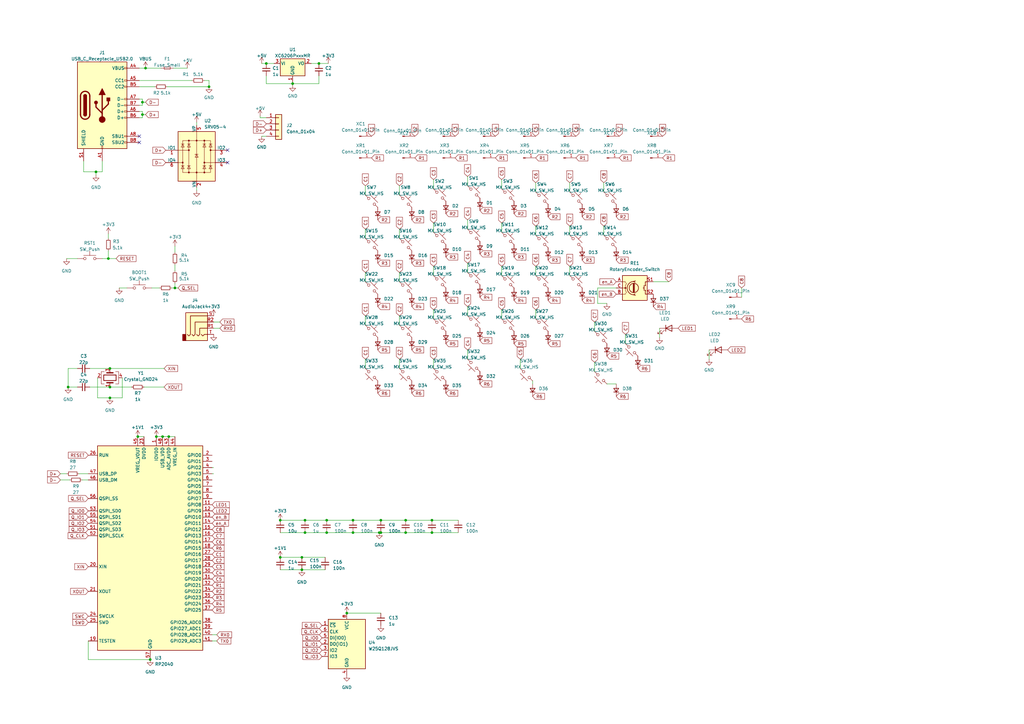
<source format=kicad_sch>
(kicad_sch (version 20231120) (generator "eeschema") (generator_version "8.0")
  (paper "A3")
  (junction (at 56.515 179.07))
  (junction (at 71.755 118.11))
  (junction (at 114.935 213.36))
  (junction (at 166.37 218.44))
  (junction (at 156.21 218.44))
  (junction (at 177.165 213.36))
  (junction (at 125.095 213.36))
  (junction (at 45.085 158.75))
  (junction (at 156.21 213.36))
  (junction (at 133.985 218.44))
  (junction (at 59.69 27.94))
  (junction (at 125.095 218.44))
  (junction (at 155.575 218.44))
  (junction (at 166.37 213.36))
  (junction (at 133.985 213.36))
  (junction (at 114.935 228.6))
  (junction (at 144.78 218.44))
  (junction (at 144.78 213.36))
  (junction (at 177.165 218.44))
  (junction (at 123.825 233.68))
  (junction (at 66.675 179.07))
  (junction (at 64.135 179.07))
  (junction (at 85.725 35.56))
  (junction (at 130.81 26.035))
  (junction (at 44.45 106.045))
  (junction (at 27.94 158.75))
  (junction (at 45.085 151.13))
  (junction (at 58.42 46.99))
  (junction (at 123.825 228.6))
  (junction (at 39.37 70.485))
  (junction (at 45.085 163.195))
  (junction (at 61.595 270.51))
  (junction (at 69.215 179.07))
  (junction (at 109.22 26.035))
  (junction (at 120.015 34.29))
  (junction (at 142.24 251.46))
  (junction (at 58.42 41.91))
  (no_connect (at 93.345 66.675))
  (no_connect (at 57.15 58.42))
  (no_connect (at 93.345 61.595))
  (no_connect (at 57.15 55.88))
  (wire (pts (xy 243.84 132.08) (xy 243.84 135.89)))
  (wire (pts (xy 219.71 92.71) (xy 219.71 96.52)))
  (wire (pts (xy 163.83 129.54) (xy 163.83 133.35)))
  (wire (pts (xy 59.69 27.94) (xy 66.04 27.94)))
  (wire (pts (xy 245.11 124.46) (xy 248.92 124.46)))
  (wire (pts (xy 56.515 179.07) (xy 59.055 179.07)))
  (wire (pts (xy 149.86 76.2) (xy 149.86 80.01)))
  (wire (pts (xy 59.69 41.91) (xy 58.42 41.91)))
  (wire (pts (xy 57.15 43.18) (xy 58.42 43.18)))
  (wire (pts (xy 57.15 48.26) (xy 58.42 48.26)))
  (wire (pts (xy 33.655 196.85) (xy 36.195 196.85)))
  (wire (pts (xy 219.71 74.93) (xy 219.71 78.74)))
  (wire (pts (xy 114.935 218.44) (xy 125.095 218.44)))
  (wire (pts (xy 233.68 92.71) (xy 233.68 96.52)))
  (wire (pts (xy 191.77 107.95) (xy 191.77 111.76)))
  (wire (pts (xy 45.085 151.13) (xy 67.31 151.13)))
  (wire (pts (xy 39.37 70.485) (xy 41.91 70.485)))
  (wire (pts (xy 45.085 163.195) (xy 50.165 163.195)))
  (wire (pts (xy 58.42 48.26) (xy 58.42 46.99)))
  (wire (pts (xy 106.68 47.625) (xy 106.68 48.26)))
  (wire (pts (xy 163.83 93.98) (xy 163.83 97.79)))
  (wire (pts (xy 36.83 151.13) (xy 45.085 151.13)))
  (wire (pts (xy 156.21 218.44) (xy 166.37 218.44)))
  (wire (pts (xy 156.21 213.36) (xy 166.37 213.36)))
  (wire (pts (xy 107.315 55.88) (xy 109.22 55.88)))
  (wire (pts (xy 86.995 262.89) (xy 88.9 262.89)))
  (wire (pts (xy 71.755 100.965) (xy 71.755 103.505)))
  (wire (pts (xy 125.095 218.44) (xy 133.985 218.44)))
  (wire (pts (xy 27.94 158.75) (xy 31.75 158.75)))
  (wire (pts (xy 109.22 26.035) (xy 112.395 26.035)))
  (wire (pts (xy 252.73 118.11) (xy 245.11 118.11)))
  (wire (pts (xy 130.81 34.29) (xy 130.81 31.115)))
  (wire (pts (xy 40.005 154.94) (xy 40.005 163.195)))
  (wire (pts (xy 114.935 213.36) (xy 125.095 213.36)))
  (wire (pts (xy 47.625 106.045) (xy 44.45 106.045)))
  (wire (pts (xy 114.935 233.68) (xy 123.825 233.68)))
  (wire (pts (xy 133.985 213.36) (xy 144.78 213.36)))
  (wire (pts (xy 39.37 71.755) (xy 39.37 70.485)))
  (wire (pts (xy 68.58 35.56) (xy 85.725 35.56)))
  (wire (pts (xy 243.84 148.59) (xy 243.84 152.4)))
  (wire (pts (xy 48.895 118.11) (xy 52.07 118.11)))
  (wire (pts (xy 114.935 228.6) (xy 123.825 228.6)))
  (wire (pts (xy 66.675 179.07) (xy 69.215 179.07)))
  (wire (pts (xy 233.68 109.22) (xy 233.68 113.03)))
  (wire (pts (xy 205.74 73.66) (xy 205.74 77.47)))
  (wire (pts (xy 252.73 157.48) (xy 248.92 157.48)))
  (wire (pts (xy 191.77 125.73) (xy 191.77 129.54)))
  (wire (pts (xy 44.45 102.87) (xy 44.45 106.045)))
  (wire (pts (xy 163.83 111.76) (xy 163.83 115.57)))
  (wire (pts (xy 191.77 90.17) (xy 191.77 93.98)))
  (wire (pts (xy 256.54 137.16) (xy 256.54 140.97)))
  (wire (pts (xy 166.37 218.44) (xy 177.165 218.44)))
  (wire (pts (xy 57.15 27.94) (xy 59.69 27.94)))
  (wire (pts (xy 85.725 33.02) (xy 83.82 33.02)))
  (wire (pts (xy 58.42 45.72) (xy 58.42 46.99)))
  (wire (pts (xy 205.74 127) (xy 205.74 130.81)))
  (wire (pts (xy 71.755 118.11) (xy 73.025 118.11)))
  (wire (pts (xy 177.8 73.66) (xy 177.8 77.47)))
  (wire (pts (xy 163.83 76.2) (xy 163.83 80.01)))
  (wire (pts (xy 34.29 70.485) (xy 39.37 70.485)))
  (wire (pts (xy 149.86 111.76) (xy 149.86 115.57)))
  (wire (pts (xy 163.83 147.32) (xy 163.83 151.13)))
  (wire (pts (xy 45.085 158.75) (xy 53.975 158.75)))
  (wire (pts (xy 58.42 41.91) (xy 58.42 43.18)))
  (wire (pts (xy 120.015 34.925) (xy 120.015 34.29)))
  (wire (pts (xy 36.195 262.89) (xy 36.195 270.51)))
  (wire (pts (xy 36.83 158.75) (xy 45.085 158.75)))
  (wire (pts (xy 245.11 118.11) (xy 245.11 124.46)))
  (wire (pts (xy 57.15 40.64) (xy 58.42 40.64)))
  (wire (pts (xy 149.86 129.54) (xy 149.86 133.35)))
  (wire (pts (xy 32.385 194.31) (xy 36.195 194.31)))
  (wire (pts (xy 41.91 70.485) (xy 41.91 66.04)))
  (wire (pts (xy 133.985 218.44) (xy 144.78 218.44)))
  (wire (pts (xy 87.63 194.31) (xy 86.995 194.31)))
  (wire (pts (xy 57.15 45.72) (xy 58.42 45.72)))
  (wire (pts (xy 267.97 115.57) (xy 274.32 115.57)))
  (wire (pts (xy 142.24 251.46) (xy 156.21 251.46)))
  (wire (pts (xy 149.86 147.32) (xy 149.86 151.13)))
  (wire (pts (xy 177.8 109.22) (xy 177.8 113.03)))
  (wire (pts (xy 58.42 46.99) (xy 59.69 46.99)))
  (wire (pts (xy 70.485 118.11) (xy 71.755 118.11)))
  (wire (pts (xy 24.765 194.31) (xy 27.305 194.31)))
  (wire (pts (xy 144.78 218.44) (xy 155.575 218.44)))
  (wire (pts (xy 58.42 40.64) (xy 58.42 41.91)))
  (wire (pts (xy 233.68 74.93) (xy 233.68 78.74)))
  (wire (pts (xy 218.44 157.48) (xy 218.44 156.21)))
  (wire (pts (xy 71.12 27.94) (xy 76.835 27.94)))
  (wire (pts (xy 109.22 31.115) (xy 109.22 34.29)))
  (wire (pts (xy 127.635 26.035) (xy 130.81 26.035)))
  (wire (pts (xy 247.65 92.71) (xy 247.65 96.52)))
  (wire (pts (xy 191.77 72.39) (xy 191.77 76.2)))
  (wire (pts (xy 219.71 109.22) (xy 219.71 113.03)))
  (wire (pts (xy 57.15 35.56) (xy 63.5 35.56)))
  (wire (pts (xy 177.8 91.44) (xy 177.8 95.25)))
  (wire (pts (xy 219.71 127) (xy 219.71 130.81)))
  (wire (pts (xy 57.15 33.02) (xy 78.74 33.02)))
  (wire (pts (xy 166.37 213.36) (xy 177.165 213.36)))
  (wire (pts (xy 62.23 118.11) (xy 65.405 118.11)))
  (wire (pts (xy 109.22 34.29) (xy 120.015 34.29)))
  (wire (pts (xy 80.645 78.105) (xy 80.645 76.835)))
  (wire (pts (xy 155.575 218.44) (xy 156.21 218.44)))
  (wire (pts (xy 177.8 127) (xy 177.8 130.81)))
  (wire (pts (xy 87.63 134.62) (xy 90.17 134.62)))
  (wire (pts (xy 34.29 66.04) (xy 34.29 70.485)))
  (wire (pts (xy 123.825 233.68) (xy 133.35 233.68)))
  (wire (pts (xy 28.575 196.85) (xy 24.765 196.85)))
  (wire (pts (xy 40.005 163.195) (xy 45.085 163.195)))
  (wire (pts (xy 80.645 50.165) (xy 80.645 51.435)))
  (wire (pts (xy 205.74 91.44) (xy 205.74 95.25)))
  (wire (pts (xy 149.86 93.98) (xy 149.86 97.79)))
  (wire (pts (xy 71.755 108.585) (xy 71.755 111.125)))
  (wire (pts (xy 123.825 228.6) (xy 133.35 228.6)))
  (wire (pts (xy 36.195 270.51) (xy 61.595 270.51)))
  (wire (pts (xy 86.995 260.35) (xy 88.9 260.35)))
  (wire (pts (xy 31.75 151.13) (xy 27.94 151.13)))
  (wire (pts (xy 290.83 143.51) (xy 290.83 147.32)))
  (wire (pts (xy 27.305 106.045) (xy 31.75 106.045)))
  (wire (pts (xy 130.81 26.035) (xy 134.62 26.035)))
  (wire (pts (xy 85.725 35.56) (xy 85.725 33.02)))
  (wire (pts (xy 125.095 213.36) (xy 133.985 213.36)))
  (wire (pts (xy 120.015 34.29) (xy 130.81 34.29)))
  (wire (pts (xy 27.94 151.13) (xy 27.94 158.75)))
  (wire (pts (xy 71.755 116.205) (xy 71.755 118.11)))
  (wire (pts (xy 107.315 26.035) (xy 109.22 26.035)))
  (wire (pts (xy 247.65 74.93) (xy 247.65 78.74)))
  (wire (pts (xy 177.165 218.44) (xy 187.96 218.44)))
  (wire (pts (xy 177.8 147.32) (xy 177.8 151.13)))
  (wire (pts (xy 44.45 95.885) (xy 44.45 97.79)))
  (wire (pts (xy 87.63 132.08) (xy 90.17 132.08)))
  (wire (pts (xy 213.36 147.32) (xy 213.36 151.13)))
  (wire (pts (xy 144.78 213.36) (xy 156.21 213.36)))
  (wire (pts (xy 304.165 118.11) (xy 304.165 121.92)))
  (wire (pts (xy 270.51 134.62) (xy 270.51 138.43)))
  (wire (pts (xy 106.68 48.26) (xy 109.22 48.26)))
  (wire (pts (xy 191.77 143.51) (xy 191.77 147.32)))
  (wire (pts (xy 69.215 179.07) (xy 71.755 179.07)))
  (wire (pts (xy 120.015 34.29) (xy 120.015 33.655)))
  (wire (pts (xy 177.165 213.36) (xy 187.96 213.36)))
  (wire (pts (xy 64.135 179.07) (xy 66.675 179.07)))
  (wire (pts (xy 59.055 158.75) (xy 67.31 158.75)))
  (wire (pts (xy 44.45 106.045) (xy 41.91 106.045)))
  (wire (pts (xy 87.63 191.77) (xy 86.995 191.77)))
  (wire (pts (xy 50.165 163.195) (xy 50.165 154.94)))
  (wire (pts (xy 205.74 109.22) (xy 205.74 113.03)))
  (global_label "C1" (shape input) (at 149.86 147.32 90) (property "Intersheetrefs" "${INTERSHEET_REFS}" (effects (hide yes))))
  (global_label "LED1" (shape input) (at 278.13 134.62 0) (property "Intersheetrefs" "${INTERSHEET_REFS}" (effects (hide yes))))
  (global_label "C2" (shape input) (at 163.83 129.54 90) (property "Intersheetrefs" "${INTERSHEET_REFS}" (effects (hide yes))))
  (global_label "XOUT" (shape input) (at 36.195 242.57 180) (property "Intersheetrefs" "${INTERSHEET_REFS}" (effects (hide yes))))
  (global_label "R5" (shape input) (at 86.995 250.19 0) (property "Intersheetrefs" "${INTERSHEET_REFS}" (effects (hide yes))))
  (global_label "R6" (shape input) (at 154.94 161.29 0) (property "Intersheetrefs" "${INTERSHEET_REFS}" (effects (hide yes))))
  (global_label "R5" (shape input) (at 248.92 146.05 0) (property "Intersheetrefs" "${INTERSHEET_REFS}" (effects (hide yes))))
  (global_label "C3" (shape input) (at 177.8 127 90) (property "Intersheetrefs" "${INTERSHEET_REFS}" (effects (hide yes))))
  (global_label "R2" (shape input) (at 168.91 90.17 0) (property "Intersheetrefs" "${INTERSHEET_REFS}" (effects (hide yes))))
  (global_label "C1" (shape input) (at 149.86 111.76 90) (property "Intersheetrefs" "${INTERSHEET_REFS}" (effects (hide yes))))
  (global_label "R4" (shape input) (at 210.82 123.19 0) (property "Intersheetrefs" "${INTERSHEET_REFS}" (effects (hide yes))))
  (global_label "C2" (shape input) (at 163.83 93.98 90) (property "Intersheetrefs" "${INTERSHEET_REFS}" (effects (hide yes))))
  (global_label "R6" (shape input) (at 196.85 157.48 0) (property "Intersheetrefs" "${INTERSHEET_REFS}" (effects (hide yes))))
  (global_label "C4" (shape input) (at 191.77 72.39 90) (property "Intersheetrefs" "${INTERSHEET_REFS}" (effects (hide yes))))
  (global_label "C5" (shape input) (at 219.71 55.88 90) (property "Intersheetrefs" "${INTERSHEET_REFS}" (effects (hide yes))))
  (global_label "C8" (shape input) (at 274.32 115.57 90) (property "Intersheetrefs" "${INTERSHEET_REFS}" (effects (hide yes))))
  (global_label "C3" (shape input) (at 177.8 91.44 90) (property "Intersheetrefs" "${INTERSHEET_REFS}" (effects (hide yes))))
  (global_label "R3" (shape input) (at 210.82 105.41 0) (property "Intersheetrefs" "${INTERSHEET_REFS}" (effects (hide yes))))
  (global_label "R1" (shape input) (at 254 64.77 0) (property "Intersheetrefs" "${INTERSHEET_REFS}" (effects (hide yes))))
  (global_label "R3" (shape input) (at 182.88 105.41 0) (property "Intersheetrefs" "${INTERSHEET_REFS}" (effects (hide yes))))
  (global_label "Q_IO1" (shape input) (at 132.08 264.16 180) (property "Intersheetrefs" "${INTERSHEET_REFS}" (effects (hide yes))))
  (global_label "R6" (shape input) (at 261.62 151.13 0) (property "Intersheetrefs" "${INTERSHEET_REFS}" (effects (hide yes))))
  (global_label "D-" (shape input) (at 59.69 41.91 0) (property "Intersheetrefs" "${INTERSHEET_REFS}" (effects (hide yes))))
  (global_label "Q_IO2" (shape input) (at 132.08 266.7 180) (property "Intersheetrefs" "${INTERSHEET_REFS}" (effects (hide yes))))
  (global_label "C4" (shape input) (at 191.77 107.95 90) (property "Intersheetrefs" "${INTERSHEET_REFS}" (effects (hide yes))))
  (global_label "C1" (shape input) (at 86.995 227.33 0) (property "Intersheetrefs" "${INTERSHEET_REFS}" (effects (hide yes))))
  (global_label "R2" (shape input) (at 86.995 242.57 0) (property "Intersheetrefs" "${INTERSHEET_REFS}" (effects (hide yes))))
  (global_label "C7" (shape input) (at 254 55.88 90) (property "Intersheetrefs" "${INTERSHEET_REFS}" (effects (hide yes))))
  (global_label "R5" (shape input) (at 210.82 140.97 0) (property "Intersheetrefs" "${INTERSHEET_REFS}" (effects (hide yes))))
  (global_label "R3" (shape input) (at 154.94 107.95 0) (property "Intersheetrefs" "${INTERSHEET_REFS}" (effects (hide yes))))
  (global_label "XOUT" (shape input) (at 67.31 158.75 0) (property "Intersheetrefs" "${INTERSHEET_REFS}" (effects (hide yes))))
  (global_label "R6" (shape input) (at 168.91 161.29 0) (property "Intersheetrefs" "${INTERSHEET_REFS}" (effects (hide yes))))
  (global_label "R4" (shape input) (at 154.94 125.73 0) (property "Intersheetrefs" "${INTERSHEET_REFS}" (effects (hide yes))))
  (global_label "R4" (shape input) (at 168.91 125.73 0) (property "Intersheetrefs" "${INTERSHEET_REFS}" (effects (hide yes))))
  (global_label "C7" (shape input) (at 86.995 219.71 0) (property "Intersheetrefs" "${INTERSHEET_REFS}" (effects (hide yes))))
  (global_label "C5" (shape input) (at 205.74 73.66 90) (property "Intersheetrefs" "${INTERSHEET_REFS}" (effects (hide yes))))
  (global_label "Q_SEL" (shape input) (at 36.195 204.47 180) (property "Intersheetrefs" "${INTERSHEET_REFS}" (effects (hide yes))))
  (global_label "Q_IO2" (shape input) (at 36.195 214.63 180) (property "Intersheetrefs" "${INTERSHEET_REFS}" (effects (hide yes))))
  (global_label "R3" (shape input) (at 86.995 245.11 0) (property "Intersheetrefs" "${INTERSHEET_REFS}" (effects (hide yes))))
  (global_label "Q_SEL" (shape input) (at 73.025 118.11 0) (property "Intersheetrefs" "${INTERSHEET_REFS}" (effects (hide yes))))
  (global_label "C4" (shape input) (at 203.2 55.88 90) (property "Intersheetrefs" "${INTERSHEET_REFS}" (effects (hide yes))))
  (global_label "C7" (shape input) (at 233.68 109.22 90) (property "Intersheetrefs" "${INTERSHEET_REFS}" (effects (hide yes))))
  (global_label "D-" (shape input) (at 67.945 66.675 180) (property "Intersheetrefs" "${INTERSHEET_REFS}" (effects (hide yes))))
  (global_label "RX0" (shape input) (at 88.9 260.35 0) (property "Intersheetrefs" "${INTERSHEET_REFS}" (effects (hide yes))))
  (global_label "C5" (shape input) (at 213.36 147.32 90) (property "Intersheetrefs" "${INTERSHEET_REFS}" (effects (hide yes))))
  (global_label "C6" (shape input) (at 219.71 92.71 90) (property "Intersheetrefs" "${INTERSHEET_REFS}" (effects (hide yes))))
  (global_label "R1" (shape input) (at 219.71 64.77 0) (property "Intersheetrefs" "${INTERSHEET_REFS}" (effects (hide yes))))
  (global_label "C8" (shape input) (at 86.995 217.17 0) (property "Intersheetrefs" "${INTERSHEET_REFS}" (effects (hide yes))))
  (global_label "R3" (shape input) (at 168.91 107.95 0) (property "Intersheetrefs" "${INTERSHEET_REFS}" (effects (hide yes))))
  (global_label "C2" (shape input) (at 86.995 229.87 0) (property "Intersheetrefs" "${INTERSHEET_REFS}" (effects (hide yes))))
  (global_label "D+" (shape input) (at 59.69 46.99 0) (property "Intersheetrefs" "${INTERSHEET_REFS}" (effects (hide yes))))
  (global_label "Q_IO3" (shape input) (at 132.08 269.24 180) (property "Intersheetrefs" "${INTERSHEET_REFS}" (effects (hide yes))))
  (global_label "Q_CLK" (shape input) (at 132.08 259.08 180) (property "Intersheetrefs" "${INTERSHEET_REFS}" (effects (hide yes))))
  (global_label "LED1" (shape input) (at 86.995 207.01 0) (property "Intersheetrefs" "${INTERSHEET_REFS}" (effects (hide yes))))
  (global_label "C1" (shape input) (at 149.86 93.98 90) (property "Intersheetrefs" "${INTERSHEET_REFS}" (effects (hide yes))))
  (global_label "C4" (shape input) (at 191.77 90.17 90) (property "Intersheetrefs" "${INTERSHEET_REFS}" (effects (hide yes))))
  (global_label "C3" (shape input) (at 86.995 232.41 0) (property "Intersheetrefs" "${INTERSHEET_REFS}" (effects (hide yes))))
  (global_label "D-" (shape input) (at 24.765 196.85 180) (property "Intersheetrefs" "${INTERSHEET_REFS}" (effects (hide yes))))
  (global_label "R1" (shape input) (at 152.4 64.77 0) (property "Intersheetrefs" "${INTERSHEET_REFS}" (effects (hide yes))))
  (global_label "Q_IO3" (shape input) (at 36.195 217.17 180) (property "Intersheetrefs" "${INTERSHEET_REFS}" (effects (hide yes))))
  (global_label "C8" (shape input) (at 247.65 92.71 90) (property "Intersheetrefs" "${INTERSHEET_REFS}" (effects (hide yes))))
  (global_label "R2" (shape input) (at 154.94 90.17 0) (property "Intersheetrefs" "${INTERSHEET_REFS}" (effects (hide yes))))
  (global_label "C1" (shape input) (at 149.86 76.2 90) (property "Intersheetrefs" "${INTERSHEET_REFS}" (effects (hide yes))))
  (global_label "RX0" (shape input) (at 90.17 134.62 0) (property "Intersheetrefs" "${INTERSHEET_REFS}" (effects (hide yes))))
  (global_label "C2" (shape input) (at 163.83 111.76 90) (property "Intersheetrefs" "${INTERSHEET_REFS}" (effects (hide yes))))
  (global_label "C6" (shape input) (at 219.71 109.22 90) (property "Intersheetrefs" "${INTERSHEET_REFS}" (effects (hide yes))))
  (global_label "R3" (shape input) (at 224.79 106.68 0) (property "Intersheetrefs" "${INTERSHEET_REFS}" (effects (hide yes))))
  (global_label "C6" (shape input) (at 219.71 127 90) (property "Intersheetrefs" "${INTERSHEET_REFS}" (effects (hide yes))))
  (global_label "C5" (shape input) (at 205.74 91.44 90) (property "Intersheetrefs" "${INTERSHEET_REFS}" (effects (hide yes))))
  (global_label "C7" (shape input) (at 243.84 132.08 90) (property "Intersheetrefs" "${INTERSHEET_REFS}" (effects (hide yes))))
  (global_label "D+" (shape input) (at 24.765 194.31 180) (property "Intersheetrefs" "${INTERSHEET_REFS}" (effects (hide yes))))
  (global_label "C2" (shape input) (at 163.83 147.32 90) (property "Intersheetrefs" "${INTERSHEET_REFS}" (effects (hide yes))))
  (global_label "C4" (shape input) (at 191.77 125.73 90) (property "Intersheetrefs" "${INTERSHEET_REFS}" (effects (hide yes))))
  (global_label "R6" (shape input) (at 252.73 162.56 0) (property "Intersheetrefs" "${INTERSHEET_REFS}" (effects (hide yes))))
  (global_label "R2" (shape input) (at 252.73 88.9 0) (property "Intersheetrefs" "${INTERSHEET_REFS}" (effects (hide yes))))
  (global_label "RESET" (shape input) (at 36.195 186.69 180) (property "Intersheetrefs" "${INTERSHEET_REFS}" (effects (hide yes))))
  (global_label "D+" (shape input) (at 109.22 53.34 180) (property "Intersheetrefs" "${INTERSHEET_REFS}" (effects (hide yes))))
  (global_label "en_B" (shape input) (at 86.995 212.09 0) (property "Intersheetrefs" "${INTERSHEET_REFS}" (effects (hide yes))))
  (global_label "R5" (shape input) (at 224.79 140.97 0) (property "Intersheetrefs" "${INTERSHEET_REFS}" (effects (hide yes))))
  (global_label "D-" (shape input) (at 109.22 50.8 180) (property "Intersheetrefs" "${INTERSHEET_REFS}" (effects (hide yes))))
  (global_label "C6" (shape input) (at 219.71 74.93 90) (property "Intersheetrefs" "${INTERSHEET_REFS}" (effects (hide yes))))
  (global_label "C3" (shape input) (at 186.69 55.88 90) (property "Intersheetrefs" "${INTERSHEET_REFS}" (effects (hide yes))))
  (global_label "C3" (shape input) (at 177.8 109.22 90) (property "Intersheetrefs" "${INTERSHEET_REFS}" (effects (hide yes))))
  (global_label "C4" (shape input) (at 191.77 143.51 90) (property "Intersheetrefs" "${INTERSHEET_REFS}" (effects (hide yes))))
  (global_label "LED2" (shape input) (at 86.995 209.55 0) (property "Intersheetrefs" "${INTERSHEET_REFS}" (effects (hide yes))))
  (global_label "R5" (shape input) (at 182.88 140.97 0) (property "Intersheetrefs" "${INTERSHEET_REFS}" (effects (hide yes))))
  (global_label "R1" (shape input) (at 271.78 64.77 0) (property "Intersheetrefs" "${INTERSHEET_REFS}" (effects (hide yes))))
  (global_label "Q_SEL" (shape input) (at 132.08 256.54 180) (property "Intersheetrefs" "${INTERSHEET_REFS}" (effects (hide yes))))
  (global_label "en_A" (shape input) (at 252.73 115.57 180) (property "Intersheetrefs" "${INTERSHEET_REFS}" (effects (hide yes))))
  (global_label "R5" (shape input) (at 154.94 143.51 0) (property "Intersheetrefs" "${INTERSHEET_REFS}" (effects (hide yes))))
  (global_label "D+" (shape input) (at 67.945 61.595 180) (property "Intersheetrefs" "${INTERSHEET_REFS}" (effects (hide yes))))
  (global_label "R5" (shape input) (at 196.85 139.7 0) (property "Intersheetrefs" "${INTERSHEET_REFS}" (effects (hide yes))))
  (global_label "C3" (shape input) (at 177.8 73.66 90) (property "Intersheetrefs" "${INTERSHEET_REFS}" (effects (hide yes))))
  (global_label "C5" (shape input) (at 86.995 237.49 0) (property "Intersheetrefs" "${INTERSHEET_REFS}" (effects (hide yes))))
  (global_label "C2" (shape input) (at 170.18 55.88 90) (property "Intersheetrefs" "${INTERSHEET_REFS}" (effects (hide yes))))
  (global_label "R1" (shape input) (at 203.2 64.77 0) (property "Intersheetrefs" "${INTERSHEET_REFS}" (effects (hide yes))))
  (global_label "SWC" (shape input) (at 36.195 252.73 180) (property "Intersheetrefs" "${INTERSHEET_REFS}" (effects (hide yes))))
  (global_label "R6" (shape input) (at 86.995 224.79 0) (property "Intersheetrefs" "${INTERSHEET_REFS}" (effects (hide yes))))
  (global_label "R2" (shape input) (at 224.79 88.9 0) (property "Intersheetrefs" "${INTERSHEET_REFS}" (effects (hide yes))))
  (global_label "C1" (shape input) (at 152.4 55.88 90) (property "Intersheetrefs" "${INTERSHEET_REFS}" (effects (hide yes))))
  (global_label "C7" (shape input) (at 233.68 92.71 90) (property "Intersheetrefs" "${INTERSHEET_REFS}" (effects (hide yes))))
  (global_label "R1" (shape input) (at 186.69 64.77 0) (property "Intersheetrefs" "${INTERSHEET_REFS}" (effects (hide yes))))
  (global_label "C1" (shape input) (at 149.86 129.54 90) (property "Intersheetrefs" "${INTERSHEET_REFS}" (effects (hide yes))))
  (global_label "R2" (shape input) (at 182.88 87.63 0) (property "Intersheetrefs" "${INTERSHEET_REFS}" (effects (hide yes))))
  (global_label "Q_CLK" (shape input) (at 36.195 219.71 180) (property "Intersheetrefs" "${INTERSHEET_REFS}" (effects (hide yes))))
  (global_label "R1" (shape input) (at 236.22 64.77 0) (property "Intersheetrefs" "${INTERSHEET_REFS}" (effects (hide yes))))
  (global_label "R6" (shape input) (at 182.88 161.29 0) (property "Intersheetrefs" "${INTERSHEET_REFS}" (effects (hide yes))))
  (global_label "R4" (shape input) (at 267.97 125.73 0) (property "Intersheetrefs" "${INTERSHEET_REFS}" (effects (hide yes))))
  (global_label "C6" (shape input) (at 236.22 55.88 90) (property "Intersheetrefs" "${INTERSHEET_REFS}" (effects (hide yes))))
  (global_label "C7" (shape input) (at 233.68 74.93 90) (property "Intersheetrefs" "${INTERSHEET_REFS}" (effects (hide yes))))
  (global_label "R1" (shape input) (at 86.995 240.03 0) (property "Intersheetrefs" "${INTERSHEET_REFS}" (effects (hide yes))))
  (global_label "Q_IO0" (shape input) (at 36.195 209.55 180) (property "Intersheetrefs" "${INTERSHEET_REFS}" (effects (hide yes))))
  (global_label "C7" (shape input) (at 256.54 137.16 90) (property "Intersheetrefs" "${INTERSHEET_REFS}" (effects (hide yes))))
  (global_label "C3" (shape input) (at 177.8 147.32 90) (property "Intersheetrefs" "${INTERSHEET_REFS}" (effects (hide yes))))
  (global_label "C8" (shape input) (at 271.78 55.88 90) (property "Intersheetrefs" "${INTERSHEET_REFS}" (effects (hide yes))))
  (global_label "en_A" (shape input) (at 86.995 214.63 0) (property "Intersheetrefs" "${INTERSHEET_REFS}" (effects (hide yes))))
  (global_label "Q_IO1" (shape input) (at 36.195 212.09 180) (property "Intersheetrefs" "${INTERSHEET_REFS}" (effects (hide yes))))
  (global_label "RESET" (shape input) (at 47.625 106.045 0) (property "Intersheetrefs" "${INTERSHEET_REFS}" (effects (hide yes))))
  (global_label "Q_IO0" (shape input) (at 132.08 261.62 180) (property "Intersheetrefs" "${INTERSHEET_REFS}" (effects (hide yes))))
  (global_label "C5" (shape input) (at 205.74 109.22 90) (property "Intersheetrefs" "${INTERSHEET_REFS}" (effects (hide yes))))
  (global_label "LED2" (shape input) (at 298.45 143.51 0) (property "Intersheetrefs" "${INTERSHEET_REFS}" (effects (hide yes))))
  (global_label "R3" (shape input) (at 238.76 106.68 0) (property "Intersheetrefs" "${INTERSHEET_REFS}" (effects (hide yes))))
  (global_label "R4" (shape input) (at 238.76 123.19 0) (property "Intersheetrefs" "${INTERSHEET_REFS}" (effects (hide yes))))
  (global_label "R4" (shape input) (at 224.79 123.19 0) (property "Intersheetrefs" "${INTERSHEET_REFS}" (effects (hide yes))))
  (global_label "R5" (shape input) (at 168.91 143.51 0) (property "Intersheetrefs" "${INTERSHEET_REFS}" (effects (hide yes))))
  (global_label "R6" (shape input) (at 304.165 130.81 0) (property "Intersheetrefs" "${INTERSHEET_REFS}" (effects (hide yes))))
  (global_label "SWD" (shape input) (at 36.195 255.27 180) (property "Intersheetrefs" "${INTERSHEET_REFS}" (effects (hide yes))))
  (global_label "C8" (shape input) (at 247.65 74.93 90) (property "Intersheetrefs" "${INTERSHEET_REFS}" (effects (hide yes))))
  (global_label "C2" (shape input) (at 163.83 76.2 90) (property "Intersheetrefs" "${INTERSHEET_REFS}" (effects (hide yes))))
  (global_label "TX0" (shape input) (at 90.17 132.08 0) (property "Intersheetrefs" "${INTERSHEET_REFS}" (effects (hide yes))))
  (global_label "C6" (shape input) (at 243.84 148.59 90) (property "Intersheetrefs" "${INTERSHEET_REFS}" (effects (hide yes))))
  (global_label "C6" (shape input) (at 86.995 222.25 0) (property "Intersheetrefs" "${INTERSHEET_REFS}" (effects (hide yes))))
  (global_label "R2" (shape input) (at 196.85 86.36 0) (property "Intersheetrefs" "${INTERSHEET_REFS}" (effects (hide yes))))
  (global_label "R4" (shape input) (at 196.85 121.92 0) (property "Intersheetrefs" "${INTERSHEET_REFS}" (effects (hide yes))))
  (global_label "R4" (shape input) (at 86.995 247.65 0) (property "Intersheetrefs" "${INTERSHEET_REFS}" (effects (hide yes))))
  (global_label "C4" (shape input) (at 86.995 234.95 0) (property "Intersheetrefs" "${INTERSHEET_REFS}" (effects (hide yes))))
  (global_label "XIN" (shape input) (at 36.195 232.41 180) (property "Intersheetrefs" "${INTERSHEET_REFS}" (effects (hide yes))))
  (global_label "R1" (shape input) (at 170.18 64.77 0) (property "Intersheetrefs" "${INTERSHEET_REFS}" (effects (hide yes))))
  (global_label "TX0" (shape input) (at 88.9 262.89 0) (property "Intersheetrefs" "${INTERSHEET_REFS}" (effects (hide yes))))
  (global_label "R2" (shape input) (at 210.82 87.63 0) (property "Intersheetrefs" "${INTERSHEET_REFS}" (effects (hide yes))))
  (global_label "C5" (shape input) (at 205.74 127 90) (property "Intersheetrefs" "${INTERSHEET_REFS}" (effects (hide yes))))
  (global_label "XIN" (shape input) (at 67.31 151.13 0) (property "Intersheetrefs" "${INTERSHEET_REFS}" (effects (hide yes))))
  (global_label "R4" (shape input) (at 182.88 123.19 0) (property "Intersheetrefs" "${INTERSHEET_REFS}" (effects (hide yes))))
  (global_label "en_B" (shape input) (at 252.73 120.65 180) (property "Intersheetrefs" "${INTERSHEET_REFS}" (effects (hide yes))))
  (global_label "R6" (shape input) (at 218.44 162.56 0) (property "Intersheetrefs" "${INTERSHEET_REFS}" (effects (hide yes))))
  (global_label "R2" (shape input) (at 238.76 88.9 0) (property "Intersheetrefs" "${INTERSHEET_REFS}" (effects (hide yes))))
  (global_label "C8" (shape input) (at 304.165 118.11 90) (property "Intersheetrefs" "${INTERSHEET_REFS}" (effects (hide yes))))
  (global_label "R3" (shape input) (at 252.73 106.68 0) (property "Intersheetrefs" "${INTERSHEET_REFS}" (effects (hide yes))))
  (global_label "R3" (shape input) (at 196.85 104.14 0) (property "Intersheetrefs" "${INTERSHEET_REFS}" (effects (hide yes))))
  (symbol (lib_id "Device:C_Small") (at 133.985 215.9 0) (unit 1)
    (property "Reference" "C7" (at 137.16 215.2713 0) (effects (justify left)))
    (property "Value" "100n" (at 137.16 217.8113 0) (effects (justify left)))
    (property "Footprint" "Capacitor_SMD:C_0402_1005Metric" (effects (hide yes)))
  )
  (symbol (lib_id "Regulator_Linear:XC6206PxxxMR") (at 120.015 26.035 0) (unit 1)
    (property "Reference" "U1" (at 120.015 20.32 0))
    (property "Value" "XC6206PxxxMR" (at 120.015 22.86 0))
    (property "Footprint" "Package_TO_SOT_SMD:SOT-23-3" (effects (hide yes)))
    (property "Datasheet" "https://www.torexsemi.com/file/xc6206/XC6206.pdf" (effects (hide yes)))
  )
  (symbol (lib_id "Device:D_Small") (at 168.91 105.41 90) (unit 1)
    (property "Reference" "D16" (at 171.45 104.775 90) (effects (justify right)))
    (property "Value" "D_Small" (effects (hide yes)))
    (property "Footprint" "Diode_SMD:D_SOD-123" (effects (hide yes)))
    (property "Sim.Device" "D" (effects (hide yes)))
    (property "Sim.Pins" "1=K 2=A" (effects (hide yes)))
  )
  (symbol (lib_id "marbastlib-mx:MX_SW_HS") (at 152.4 118.11 0) (unit 1)
    (property "Reference" "SW22" (at 152.4 112.395 0))
    (property "Value" "MX_SW_HS" (at 152.4 114.935 0))
    (property "Footprint" "PCM_marbastlib-choc:SW_choc_v1_HS_CPG135001S30_1u" (effects (hide yes)))
  )
  (symbol (lib_id "Connector:Conn_01x01_Pin") (at 147.32 64.77 0) (unit 1)
    (property "Reference" "XR1" (at 147.955 59.69 0))
    (property "Value" "Conn_01x01_Pin" (at 147.955 62.23 0))
    (property "Footprint" "Connector_Pin:Pin_D0.7mm_L6.5mm_W1.8mm_FlatFork" (effects (hide yes)))
    (property "Description" "Generic connector, single row, 01x01, script generated" (effects (hide yes)))
  )
  (symbol (lib_id "Device:R_Small") (at 31.115 196.85 90) (unit 1)
    (property "Reference" "R9" (at 31.115 199.39 90))
    (property "Value" "27" (at 31.115 201.93 90))
    (property "Footprint" "Resistor_SMD:R_0402_1005Metric" (effects (hide yes)))
  )
  (symbol (lib_id "Connector:Conn_01x01_Pin") (at 248.92 55.88 0) (unit 1)
    (property "Reference" "XC7" (at 249.555 54.61 0))
    (property "Value" "Conn_01x01_Pin" (at 249.555 53.34 0))
    (property "Footprint" "Connector_Pin:Pin_D0.7mm_L6.5mm_W1.8mm_FlatFork" (effects (hide yes)))
    (property "Description" "Generic connector, single row, 01x01, script generated" (effects (hide yes)))
  )
  (symbol (lib_id "marbastlib-mx:MX_SW_HS") (at 222.25 81.28 0) (unit 1)
    (property "Reference" "SW4" (at 222.25 75.565 0))
    (property "Value" "MX_SW_HS" (at 222.25 78.105 0))
    (property "Footprint" "PCM_marbastlib-choc:SW_choc_v1_HS_CPG135001S30_1u" (effects (hide yes)))
  )
  (symbol (lib_id "Device:D_Small") (at 154.94 123.19 90) (unit 1)
    (property "Reference" "D22" (at 157.48 122.555 90) (effects (justify right)))
    (property "Value" "D_Small" (effects (hide yes)))
    (property "Footprint" "Diode_SMD:D_SOD-123" (effects (hide yes)))
    (property "Sim.Device" "D" (effects (hide yes)))
    (property "Sim.Pins" "1=K 2=A" (effects (hide yes)))
  )
  (symbol (lib_id "power:+5V") (at 107.315 26.035 0) (unit 1)
    (property "Reference" "#PWR01" (effects (hide yes)))
    (property "Value" "+5V" (at 107.315 22.86 0))
  )
  (symbol (lib_id "marbastlib-mx:MX_SW_HS") (at 246.38 138.43 0) (unit 1)
    (property "Reference" "SW30" (at 246.38 132.715 0))
    (property "Value" "MX_SW_HS" (at 246.38 135.255 0))
    (property "Footprint" "PCM_marbastlib-choc:SW_choc_v1_HS_CPG135001S30_1u" (effects (hide yes)))
  )
  (symbol (lib_id "marbastlib-mx:MX_SW_HS") (at 180.34 133.35 0) (unit 1)
    (property "Reference" "SW25" (at 180.34 127.635 0))
    (property "Value" "MX_SW_HS" (at 180.34 130.175 0))
    (property "Footprint" "PCM_marbastlib-choc:SW_choc_v1_HS_CPG135001S30_1u" (effects (hide yes)))
  )
  (symbol (lib_id "marbastlib-mx:MX_SW_HS") (at 250.19 99.06 0) (unit 1)
    (property "Reference" "SW14" (at 250.19 93.345 0))
    (property "Value" "MX_SW_HS" (at 250.19 95.885 0))
    (property "Footprint" "PCM_marbastlib-choc:SW_choc_v1_HS_CPG135001S30_1u" (effects (hide yes)))
  )
  (symbol (lib_id "marbastlib-mx:MX_SW_HS") (at 166.37 118.11 0) (unit 1)
    (property "Reference" "SW23" (at 166.37 112.395 0))
    (property "Value" "MX_SW_HS" (at 166.37 114.935 0))
    (property "Footprint" "PCM_marbastlib-choc:SW_choc_v1_HS_CPG135001S30_1u" (effects (hide yes)))
  )
  (symbol (lib_id "marbastlib-mx:MX_SW_HS") (at 208.28 133.35 0) (unit 1)
    (property "Reference" "SW26" (at 208.28 127.635 0))
    (property "Value" "MX_SW_HS" (at 208.28 130.175 0))
    (property "Footprint" "PCM_marbastlib-choc:SW_choc_v1_HS_CPG135001S30_1u" (effects (hide yes)))
  )
  (symbol (lib_id "marbastlib-mx:MX_SW_HS") (at 208.28 97.79 0) (unit 1)
    (property "Reference" "SW11" (at 208.28 92.075 0))
    (property "Value" "MX_SW_HS" (at 208.28 94.615 0))
    (property "Footprint" "PCM_marbastlib-choc:SW_choc_v1_HS_CPG135001S30_1u" (effects (hide yes)))
  )
  (symbol (lib_id "power:+3V3") (at 114.935 213.36 0) (unit 1)
    (property "Reference" "#PWR022" (effects (hide yes)))
    (property "Value" "+3V3" (at 114.935 209.55 0))
  )
  (symbol (lib_id "Connector:Conn_01x01_Pin") (at 181.61 64.77 0) (unit 1)
    (property "Reference" "XR3" (at 182.372 59.69 0))
    (property "Value" "Conn_01x01_Pin" (at 182.245 62.23 0))
    (property "Footprint" "Connector_Pin:Pin_D0.7mm_L6.5mm_W1.8mm_FlatFork" (effects (hide yes)))
    (property "Description" "Generic connector, single row, 01x01, script generated" (effects (hide yes)))
  )
  (symbol (lib_id "Connector:Conn_01x01_Pin") (at 231.14 55.88 0) (unit 1)
    (property "Reference" "XC6" (at 231.775 54.61 0))
    (property "Value" "Conn_01x01_Pin" (at 231.775 53.34 0))
    (property "Footprint" "Connector_Pin:Pin_D0.7mm_L6.5mm_W1.8mm_FlatFork" (effects (hide yes)))
    (property "Description" "Generic connector, single row, 01x01, script generated" (effects (hide yes)))
  )
  (symbol (lib_id "Device:D_Small") (at 238.76 86.36 90) (unit 1)
    (property "Reference" "D5" (at 241.3 85.725 90) (effects (justify right)))
    (property "Value" "D_Small" (effects (hide yes)))
    (property "Footprint" "Diode_SMD:D_SOD-123" (effects (hide yes)))
    (property "Sim.Device" "D" (effects (hide yes)))
    (property "Sim.Pins" "1=K 2=A" (effects (hide yes)))
  )
  (symbol (lib_id "Device:D_Small") (at 224.79 104.14 90) (unit 1)
    (property "Reference" "D12" (at 227.33 103.505 90) (effects (justify right)))
    (property "Value" "D_Small" (effects (hide yes)))
    (property "Footprint" "Diode_SMD:D_SOD-123" (effects (hide yes)))
    (property "Sim.Device" "D" (effects (hide yes)))
    (property "Sim.Pins" "1=K 2=A" (effects (hide yes)))
  )
  (symbol (lib_id "Device:D_Small") (at 224.79 86.36 90) (unit 1)
    (property "Reference" "D4" (at 227.33 85.725 90) (effects (justify right)))
    (property "Value" "D_Small" (effects (hide yes)))
    (property "Footprint" "Diode_SMD:D_SOD-123" (effects (hide yes)))
    (property "Sim.Device" "D" (effects (hide yes)))
    (property "Sim.Pins" "1=K 2=A" (effects (hide yes)))
  )
  (symbol (lib_id "marbastlib-mx:MX_SW_HS") (at 152.4 100.33 0) (unit 1)
    (property "Reference" "SW15" (at 152.4 94.615 0))
    (property "Value" "MX_SW_HS" (at 152.4 97.155 0))
    (property "Footprint" "PCM_marbastlib-choc:SW_choc_v1_HS_CPG135001S30_1u" (effects (hide yes)))
  )
  (symbol (lib_id "Device:D_Small") (at 224.79 138.43 90) (unit 1)
    (property "Reference" "D27" (at 227.33 137.795 90) (effects (justify right)))
    (property "Value" "D_Small" (effects (hide yes)))
    (property "Footprint" "Diode_SMD:D_SOD-123" (effects (hide yes)))
    (property "Sim.Device" "D" (effects (hide yes)))
    (property "Sim.Pins" "1=K 2=A" (effects (hide yes)))
  )
  (symbol (lib_id "Connector:Conn_01x01_Pin") (at 198.12 55.88 0) (unit 1)
    (property "Reference" "XC4" (at 198.755 54.61 0))
    (property "Value" "Conn_01x01_Pin" (at 198.755 53.34 0))
    (property "Footprint" "Connector_Pin:Pin_D0.7mm_L6.5mm_W1.8mm_FlatFork" (effects (hide yes)))
    (property "Description" "Generic connector, single row, 01x01, script generated" (effects (hide yes)))
  )
  (symbol (lib_id "power:GND") (at 107.315 55.88 0) (unit 1)
    (property "Reference" "#PWR09" (effects (hide yes)))
    (property "Value" "GND" (at 107.315 60.325 0))
  )
  (symbol (lib_id "power:+3V3") (at 134.62 26.035 0) (unit 1)
    (property "Reference" "#PWR02" (effects (hide yes)))
    (property "Value" "+3V3" (at 134.62 22.86 0))
  )
  (symbol (lib_id "Device:D_Small") (at 154.94 140.97 90) (unit 1)
    (property "Reference" "D28" (at 157.48 140.335 90) (effects (justify right)))
    (property "Value" "D_Small" (effects (hide yes)))
    (property "Footprint" "Diode_SMD:D_SOD-123" (effects (hide yes)))
    (property "Sim.Device" "D" (effects (hide yes)))
    (property "Sim.Pins" "1=K 2=A" (effects (hide yes)))
  )
  (symbol (lib_id "Device:D_Small") (at 154.94 158.75 90) (unit 1)
    (property "Reference" "D33" (at 157.48 158.115 90) (effects (justify right)))
    (property "Value" "D_Small" (effects (hide yes)))
    (property "Footprint" "Diode_SMD:D_SOD-123" (effects (hide yes)))
    (property "Sim.Device" "D" (effects (hide yes)))
    (property "Sim.Pins" "1=K 2=A" (effects (hide yes)))
  )
  (symbol (lib_id "Device:D_Small") (at 252.73 160.02 90) (unit 1)
    (property "Reference" "D38" (at 255.27 159.385 90) (effects (justify right)))
    (property "Value" "D_Small" (effects (hide yes)))
    (property "Footprint" "Diode_SMD:D_SOD-123" (effects (hide yes)))
    (property "Sim.Device" "D" (effects (hide yes)))
    (property "Sim.Pins" "1=K 2=A" (effects (hide yes)))
  )
  (symbol (lib_id "marbastlib-mx:MX_SW_HS") (at 236.22 115.57 0) (unit 1)
    (property "Reference" "SW21" (at 236.22 109.855 0))
    (property "Value" "MX_SW_HS" (at 236.22 112.395 0))
    (property "Footprint" "PCM_marbastlib-choc:SW_choc_v1_HS_CPG135001S30_1u" (effects (hide yes)))
  )
  (symbol (lib_id "marbastlib-mx:MX_SW_HS") (at 215.9 153.67 180) (unit 1)
    (property "Reference" "SW36" (at 215.9 147.955 0))
    (property "Value" "MX_SW_HS" (at 215.9 150.495 0))
    (property "Footprint" "PCM_marbastlib-choc:SW_choc_v1_HS_CPG135001S30_1.5u" (effects (hide yes)))
  )
  (symbol (lib_id "Device:D_Small") (at 267.97 123.19 90) (unit 1)
    (property "Reference" "D37" (at 270.51 122.555 90) (effects (justify right)))
    (property "Value" "D_Small" (effects (hide yes)))
    (property "Footprint" "Diode_SMD:D_SOD-123" (effects (hide yes)))
    (property "Sim.Device" "D" (effects (hide yes)))
    (property "Sim.Pins" "1=K 2=A" (effects (hide yes)))
  )
  (symbol (lib_id "power:+5V") (at 80.645 50.165 0) (unit 1)
    (property "Reference" "#PWR08" (effects (hide yes)))
    (property "Value" "+5V" (at 80.645 46.99 0))
  )
  (symbol (lib_id "power:+3V3") (at 64.135 179.07 0) (unit 1)
    (property "Reference" "#PWR021" (effects (hide yes)))
    (property "Value" "+3V3" (at 64.135 175.26 0))
  )
  (symbol (lib_id "power:GND") (at 142.24 276.86 0) (unit 1)
    (property "Reference" "#PWR029" (effects (hide yes)))
    (property "Value" "GND" (at 142.24 281.94 0))
  )
  (symbol (lib_id "Device:D_Small") (at 168.91 87.63 90) (unit 1)
    (property "Reference" "D8" (at 171.45 86.995 90) (effects (justify right)))
    (property "Value" "D_Small" (effects (hide yes)))
    (property "Footprint" "Diode_SMD:D_SOD-123" (effects (hide yes)))
    (property "Sim.Device" "D" (effects (hide yes)))
    (property "Sim.Pins" "1=K 2=A" (effects (hide yes)))
  )
  (symbol (lib_id "MCU_RaspberryPi:RP2040") (at 61.595 224.79 0) (unit 1)
    (property "Reference" "U3" (at 63.5509 269.875 0) (effects (justify left)))
    (property "Value" "RP2040" (at 63.5509 272.415 0) (effects (justify left)))
    (property "Footprint" "Package_DFN_QFN:QFN-56-1EP_7x7mm_P0.4mm_EP3.2x3.2mm" (effects (hide yes)))
    (property "Datasheet" "https://datasheets.raspberrypi.com/rp2040/rp2040-datasheet.pdf" (effects (hide yes)))
  )
  (symbol (lib_id "marbastlib-mx:MX_SW_HS") (at 166.37 82.55 0) (unit 1)
    (property "Reference" "SW8" (at 166.37 76.835 0))
    (property "Value" "MX_SW_HS" (at 166.37 79.375 0))
    (property "Footprint" "PCM_marbastlib-choc:SW_choc_v1_HS_CPG135001S30_1u" (effects (hide yes)))
  )
  (symbol (lib_id "marbastlib-mx:MX_SW_HS") (at 222.25 133.35 0) (unit 1)
    (property "Reference" "SW27" (at 222.25 127.635 0))
    (property "Value" "MX_SW_HS" (at 222.25 130.175 0))
    (property "Footprint" "PCM_marbastlib-choc:SW_choc_v1_HS_CPG135001S30_1u" (effects (hide yes)))
  )
  (symbol (lib_id "marbastlib-mx:MX_SW_HS") (at 166.37 135.89 0) (unit 1)
    (property "Reference" "SW29" (at 166.37 130.175 0))
    (property "Value" "MX_SW_HS" (at 166.37 132.715 0))
    (property "Footprint" "PCM_marbastlib-choc:SW_choc_v1_HS_CPG135001S30_1u" (effects (hide yes)))
  )
  (symbol (lib_id "Connector:Conn_01x01_Pin") (at 299.085 121.92 0) (unit 1)
    (property "Reference" "XC9" (at 299.72 116.84 0))
    (property "Value" "Conn_01x01_Pin" (at 299.72 119.38 0))
    (property "Footprint" "Connector_Pin:Pin_D0.7mm_L6.5mm_W1.8mm_FlatFork" (effects (hide yes)))
    (property "Description" "Generic connector, single row, 01x01, script generated" (effects (hide yes)))
  )
  (symbol (lib_id "marbastlib-mx:MX_SW_HS") (at 166.37 153.67 180) (unit 1)
    (property "Reference" "SW34" (at 166.37 147.955 0))
    (property "Value" "MX_SW_HS" (at 166.37 150.495 0))
    (property "Footprint" "PCM_marbastlib-choc:SW_choc_v1_HS_CPG135001S30_1u" (effects (hide yes)))
  )
  (symbol (lib_id "power:VBUS") (at 59.69 27.94 0) (unit 1)
    (property "Reference" "#PWR03" (effects (hide yes)))
    (property "Value" "VBUS" (at 59.69 24.13 0))
  )
  (symbol (lib_id "Device:D_Small") (at 182.88 102.87 90) (unit 1)
    (property "Reference" "D10" (at 185.42 102.235 90) (effects (justify right)))
    (property "Value" "D_Small" (effects (hide yes)))
    (property "Footprint" "Diode_SMD:D_SOD-123" (effects (hide yes)))
    (property "Sim.Device" "D" (effects (hide yes)))
    (property "Sim.Pins" "1=K 2=A" (effects (hide yes)))
  )
  (symbol (lib_id "marbastlib-mx:MX_SW_HS") (at 222.25 99.06 0) (unit 1)
    (property "Reference" "SW12" (at 222.25 93.345 0))
    (property "Value" "MX_SW_HS" (at 222.25 95.885 0))
    (property "Footprint" "PCM_marbastlib-choc:SW_choc_v1_HS_CPG135001S30_1u" (effects (hide yes)))
  )
  (symbol (lib_id "marbastlib-mx:MX_SW_HS") (at 180.34 153.67 180) (unit 1)
    (property "Reference" "SW35" (at 180.34 147.955 0))
    (property "Value" "MX_SW_HS" (at 180.34 150.495 0))
    (property "Footprint" "PCM_marbastlib-choc:SW_choc_v1_HS_CPG135001S30_1u" (effects (hide yes)))
  )
  (symbol (lib_id "Device:D_Small") (at 196.85 137.16 90) (unit 1)
    (property "Reference" "D24" (at 199.39 136.525 90) (effects (justify right)))
    (property "Value" "D_Small" (effects (hide yes)))
    (property "Footprint" "Diode_SMD:D_SOD-123" (effects (hide yes)))
    (property "Sim.Device" "D" (effects (hide yes)))
    (property "Sim.Pins" "1=K 2=A" (effects (hide yes)))
  )
  (symbol (lib_id "Connector:USB_C_Receptacle_USB2.0") (at 41.91 43.18 0) (unit 1)
    (property "Reference" "J1" (at 41.91 21.59 0))
    (property "Value" "USB_C_Receptacle_USB2.0" (at 41.91 24.13 0))
    (property "Footprint" "Connector_USB:USB_C_Receptacle_HRO_TYPE-C-31-M-12" (effects (hide yes)))
    (property "Datasheet" "https://www.usb.org/sites/default/files/documents/usb_type-c.zip" (effects (hide yes)))
  )
  (symbol (lib_id "Switch:SW_Push") (at 57.15 118.11 0) (unit 1)
    (property "Reference" "BOOT1" (at 57.15 111.76 0))
    (property "Value" "SW_Push" (at 57.15 114.3 0))
    (property "Footprint" "Button_Switch_SMD:SW_SPST_TL3342" (effects (hide yes)))
  )
  (symbol (lib_id "Device:Crystal_GND24") (at 45.085 154.94 90) (unit 1)
    (property "Reference" "Y1" (at 57.785 153.0097 90))
    (property "Value" "Crystal_GND24" (at 57.785 155.5497 90))
    (property "Footprint" "Crystal:Crystal_SMD_3225-4Pin_3.2x2.5mm" (effects (hide yes)))
  )
  (symbol (lib_id "Device:D_Small") (at 196.85 154.94 90) (unit 1)
    (property "Reference" "D32" (at 199.39 154.305 90) (effects (justify right)))
    (property "Value" "D_Small" (effects (hide yes)))
    (property "Footprint" "Diode_SMD:D_SOD-123" (effects (hide yes)))
    (property "Sim.Device" "D" (effects (hide yes)))
    (property "Sim.Pins" "1=K 2=A" (effects (hide yes)))
  )
  (symbol (lib_id "Device:D_Small") (at 182.88 158.75 90) (unit 1)
    (property "Reference" "D35" (at 185.42 158.115 90) (effects (justify right)))
    (property "Value" "D_Small" (effects (hide yes)))
    (property "Footprint" "Diode_SMD:D_SOD-123" (effects (hide yes)))
    (property "Sim.Device" "D" (effects (hide yes)))
    (property "Sim.Pins" "1=K 2=A" (effects (hide yes)))
  )
  (symbol (lib_id "marbastlib-mx:MX_SW_HS") (at 152.4 135.89 0) (unit 1)
    (property "Reference" "SW28" (at 152.4 130.175 0))
    (property "Value" "MX_SW_HS" (at 152.4 132.715 0))
    (property "Footprint" "PCM_marbastlib-choc:SW_choc_v1_HS_CPG135001S30_1u" (effects (hide yes)))
  )
  (symbol (lib_id "Device:C_Small") (at 166.37 215.9 0) (unit 1)
    (property "Reference" "C10" (at 169.545 215.2713 0) (effects (justify left)))
    (property "Value" "100n" (at 169.545 217.8113 0) (effects (justify left)))
    (property "Footprint" "Capacitor_SMD:C_0402_1005Metric" (effects (hide yes)))
  )
  (symbol (lib_id "marbastlib-mx:MX_SW_HS") (at 194.31 114.3 0) (unit 1)
    (property "Reference" "SW17" (at 194.31 108.585 0))
    (property "Value" "MX_SW_HS" (at 194.31 111.125 0))
    (property "Footprint" "PCM_marbastlib-choc:SW_choc_v1_HS_CPG135001S30_1u" (effects (hide yes)))
  )
  (symbol (lib_id "Device:C_Small") (at 114.935 231.14 0) (unit 1)
    (property "Reference" "C14" (at 118.11 230.5113 0) (effects (justify left)))
    (property "Value" "1u" (at 118.11 233.0513 0) (effects (justify left)))
    (property "Footprint" "Capacitor_SMD:C_0402_1005Metric" (effects (hide yes)))
  )
  (symbol (lib_id "Device:C_Small") (at 123.825 231.14 180) (unit 1)
    (property "Reference" "C15" (at 127 229.8635 0) (effects (justify right)))
    (property "Value" "100n" (at 127 232.4035 0) (effects (justify right)))
    (property "Footprint" "Capacitor_SMD:C_0402_1005Metric" (effects (hide yes)))
  )
  (symbol (lib_id "marbastlib-mx:MX_SW_HS") (at 208.28 80.01 0) (unit 1)
    (property "Reference" "SW3" (at 208.28 74.295 0))
    (property "Value" "MX_SW_HS" (at 208.28 76.835 0))
    (property "Footprint" "PCM_marbastlib-choc:SW_choc_v1_HS_CPG135001S30_1u" (effects (hide yes)))
  )
  (symbol (lib_id "power:GND") (at 155.575 218.44 0) (unit 1)
    (property "Reference" "#PWR023" (effects (hide yes)))
    (property "Value" "GND" (at 155.575 223.52 0))
  )
  (symbol (lib_id "power:GND") (at 120.015 34.925 0) (unit 1)
    (property "Reference" "#PWR05" (effects (hide yes)))
    (property "Value" "GND" (at 120.015 39.37 0))
  )
  (symbol (lib_id "Device:D_Small") (at 238.76 120.65 90) (unit 1)
    (property "Reference" "D21" (at 241.3 120.015 90) (effects (justify right)))
    (property "Value" "D_Small" (effects (hide yes)))
    (property "Footprint" "Diode_SMD:D_SOD-123" (effects (hide yes)))
    (property "Sim.Device" "D" (effects (hide yes)))
    (property "Sim.Pins" "1=K 2=A" (effects (hide yes)))
  )
  (symbol (lib_id "marbastlib-mx:MX_SW_HS") (at 180.34 115.57 0) (unit 1)
    (property "Reference" "SW18" (at 180.34 109.855 0))
    (property "Value" "MX_SW_HS" (at 180.34 112.395 0))
    (property "Footprint" "PCM_marbastlib-choc:SW_choc_v1_HS_CPG135001S30_1u" (effects (hide yes)))
  )
  (symbol (lib_id "Switch:SW_Push") (at 36.83 106.045 0) (unit 1)
    (property "Reference" "RST1" (at 36.83 99.695 0))
    (property "Value" "SW_Push" (at 36.83 102.235 0))
    (property "Footprint" "Button_Switch_SMD:SW_SPST_TL3342" (effects (hide yes)))
  )
  (symbol (lib_id "power:+3V3") (at 142.24 251.46 0) (unit 1)
    (property "Reference" "#PWR024" (effects (hide yes)))
    (property "Value" "+3V3" (at 142.24 247.65 0))
  )
  (symbol (lib_id "power:+1V1") (at 56.515 179.07 0) (unit 1)
    (property "Reference" "#PWR020" (effects (hide yes)))
    (property "Value" "+1V1" (at 56.515 175.26 0))
  )
  (symbol (lib_id "Device:D_Small") (at 210.82 120.65 90) (unit 1)
    (property "Reference" "D19" (at 213.36 120.015 90) (effects (justify right)))
    (property "Value" "D_Small" (effects (hide yes)))
    (property "Footprint" "Diode_SMD:D_SOD-123" (effects (hide yes)))
    (property "Sim.Device" "D" (effects (hide yes)))
    (property "Sim.Pins" "1=K 2=A" (effects (hide yes)))
  )
  (symbol (lib_id "Connector_Generic:Conn_01x04") (at 114.3 50.8 0) (unit 1)
    (property "Reference" "J2" (at 117.475 51.435 0) (effects (justify left)))
    (property "Value" "Conn_01x04" (at 117.475 53.975 0) (effects (justify left)))
    (property "Footprint" "Connector_PinSocket_2.00mm:PinSocket_1x04_P2.00mm_Vertical" (effects (hide yes)))
  )
  (symbol (lib_id "marbastlib-mx:MX_SW_HS") (at 194.31 132.08 0) (unit 1)
    (property "Reference" "SW24" (at 194.31 126.365 0))
    (property "Value" "MX_SW_HS" (at 194.31 128.905 0))
    (property "Footprint" "PCM_marbastlib-choc:SW_choc_v1_HS_CPG135001S30_1u" (effects (hide yes)))
  )
  (symbol (lib_id "marbastlib-mx:MX_SW_HS") (at 166.37 100.33 0) (unit 1)
    (property "Reference" "SW16" (at 166.37 94.615 0))
    (property "Value" "MX_SW_HS" (at 166.37 97.155 0))
    (property "Footprint" "PCM_marbastlib-choc:SW_choc_v1_HS_CPG135001S30_1u" (effects (hide yes)))
  )
  (symbol (lib_id "Device:R_Small") (at 44.45 100.33 180) (unit 1)
    (property "Reference" "R3" (at 47.625 99.06 0))
    (property "Value" "5.1k" (at 48.26 101.6 0))
    (property "Footprint" "Resistor_SMD:R_0402_1005Metric" (effects (hide yes)))
  )
  (symbol (lib_id "Device:D_Small") (at 182.88 138.43 90) (unit 1)
    (property "Reference" "D25" (at 185.42 137.795 90) (effects (justify right)))
    (property "Value" "D_Small" (effects (hide yes)))
    (property "Footprint" "Diode_SMD:D_SOD-123" (effects (hide yes)))
    (property "Sim.Device" "D" (effects (hide yes)))
    (property "Sim.Pins" "1=K 2=A" (effects (hide yes)))
  )
  (symbol (lib_id "Device:LED") (at 274.32 134.62 0) (unit 1)
    (property "Reference" "LED1" (at 272.7325 128.27 0))
    (property "Value" "LED" (at 272.7325 130.81 0))
    (property "Footprint" "LED_THT:LED_D5.0mm" (effects (hide yes)))
    (property "Description" "Light emitting diode" (effects (hide yes)))
  )
  (symbol (lib_id "Device:C_Small") (at 34.29 151.13 90) (unit 1)
    (property "Reference" "C3" (at 34.2963 146.05 90))
    (property "Value" "22p" (at 34.2963 148.59 90))
    (property "Footprint" "Capacitor_SMD:C_0402_1005Metric" (effects (hide yes)))
  )
  (symbol (lib_id "marbastlib-mx:MX_SW_HS") (at 236.22 81.28 0) (unit 1)
    (property "Reference" "SW5" (at 236.22 75.565 0))
    (property "Value" "MX_SW_HS" (at 236.22 78.105 0))
    (property "Footprint" "PCM_marbastlib-choc:SW_choc_v1_HS_CPG135001S30_1u" (effects (hide yes)))
  )
  (symbol (lib_id "power:GND") (at 270.51 138.43 0) (unit 1)
    (property "Reference" "#PWR030" (effects (hide yes)))
    (property "Value" "GND" (at 270.51 142.875 0))
  )
  (symbol (lib_id "marbastlib-mx:MX_SW_HS") (at 222.25 115.57 0) (unit 1)
    (property "Reference" "SW20" (at 222.25 109.855 0))
    (property "Value" "MX_SW_HS" (at 222.25 112.395 0))
    (property "Footprint" "PCM_marbastlib-choc:SW_choc_v1_HS_CPG135001S30_1u" (effects (hide yes)))
  )
  (symbol (lib_id "Device:C_Small") (at 125.095 215.9 0) (unit 1)
    (property "Reference" "C6" (at 128.27 215.2713 0) (effects (justify left)))
    (property "Value" "1u" (at 128.27 217.8113 0) (effects (justify left)))
    (property "Footprint" "Capacitor_SMD:C_0402_1005Metric" (effects (hide yes)))
  )
  (symbol (lib_id "Device:R_Small") (at 29.845 194.31 90) (unit 1)
    (property "Reference" "R8" (at 29.845 189.23 90))
    (property "Value" "27" (at 29.845 191.77 90))
    (property "Footprint" "Resistor_SMD:R_0402_1005Metric" (effects (hide yes)))
  )
  (symbol (lib_id "Device:D_Small") (at 196.85 83.82 90) (unit 1)
    (property "Reference" "D1" (at 199.39 83.185 90) (effects (justify right)))
    (property "Value" "D_Small" (effects (hide yes)))
    (property "Footprint" "Diode_SMD:D_SOD-123" (effects (hide yes)))
    (property "Sim.Device" "D" (effects (hide yes)))
    (property "Sim.Pins" "1=K 2=A" (effects (hide yes)))
  )
  (symbol (lib_id "power:+3V3") (at 71.755 100.965 0) (unit 1)
    (property "Reference" "#PWR013" (effects (hide yes)))
    (property "Value" "+3V3" (at 71.755 97.155 0))
  )
  (symbol (lib_id "Connector:Conn_01x01_Pin") (at 214.63 55.88 0) (unit 1)
    (property "Reference" "XC5" (at 215.265 54.61 0))
    (property "Value" "Conn_01x01_Pin" (at 215.265 53.34 0))
    (property "Footprint" "Connector_Pin:Pin_D0.7mm_L6.5mm_W1.8mm_FlatFork" (effects (hide yes)))
    (property "Description" "Generic connector, single row, 01x01, script generated" (effects (hide yes)))
  )
  (symbol (lib_id "Device:C_Small") (at 156.21 215.9 0) (unit 1)
    (property "Reference" "C9" (at 159.385 215.2713 0) (effects (justify left)))
    (property "Value" "100n" (at 159.385 217.8113 0) (effects (justify left)))
    (property "Footprint" "Capacitor_SMD:C_0402_1005Metric" (effects (hide yes)))
  )
  (symbol (lib_id "power:+1V1") (at 114.935 228.6 0) (unit 1)
    (property "Reference" "#PWR026" (effects (hide yes)))
    (property "Value" "+1V1" (at 114.935 224.79 0))
  )
  (symbol (lib_id "Device:D_Small") (at 154.94 87.63 90) (unit 1)
    (property "Reference" "D7" (at 157.48 86.995 90) (effects (justify right)))
    (property "Value" "D_Small" (effects (hide yes)))
    (property "Footprint" "Diode_SMD:D_SOD-123" (effects (hide yes)))
    (property "Sim.Device" "D" (effects (hide yes)))
    (property "Sim.Pins" "1=K 2=A" (effects (hide yes)))
  )
  (symbol (lib_id "marbastlib-mx:MX_SW_HS") (at 194.31 78.74 0) (unit 1)
    (property "Reference" "SW1" (at 194.31 73.025 0))
    (property "Value" "MX_SW_HS" (at 194.31 75.565 0))
    (property "Footprint" "PCM_marbastlib-choc:SW_choc_v1_HS_CPG135001S30_1u" (effects (hide yes)))
  )
  (symbol (lib_id "marbastlib-mx:MX_SW_HS") (at 194.31 96.52 0) (unit 1)
    (property "Reference" "SW9" (at 194.31 90.805 0))
    (property "Value" "MX_SW_HS" (at 194.31 93.345 0))
    (property "Footprint" "PCM_marbastlib-choc:SW_choc_v1_HS_CPG135001S30_1u" (effects (hide yes)))
  )
  (symbol (lib_id "Device:D_Small") (at 196.85 101.6 90) (unit 1)
    (property "Reference" "D9" (at 199.39 100.965 90) (effects (justify right)))
    (property "Value" "D_Small" (effects (hide yes)))
    (property "Footprint" "Diode_SMD:D_SOD-123" (effects (hide yes)))
    (property "Sim.Device" "D" (effects (hide yes)))
    (property "Sim.Pins" "1=K 2=A" (effects (hide yes)))
  )
  (symbol (lib_id "Device:D_Small") (at 168.91 123.19 90) (unit 1)
    (property "Reference" "D23" (at 171.45 122.555 90) (effects (justify right)))
    (property "Value" "D_Small" (effects (hide yes)))
    (property "Footprint" "Diode_SMD:D_SOD-123" (effects (hide yes)))
    (property "Sim.Device" "D" (effects (hide yes)))
    (property "Sim.Pins" "1=K 2=A" (effects (hide yes)))
  )
  (symbol (lib_id "Device:C_Small") (at 114.935 215.9 0) (unit 1)
    (property "Reference" "C5" (at 118.11 215.2713 0) (effects (justify left)))
    (property "Value" "10u" (at 118.11 217.8113 0) (effects (justify left)))
    (property "Footprint" "Capacitor_SMD:C_0603_1608Metric" (effects (hide yes)))
  )
  (symbol (lib_id "power:GND") (at 27.94 158.75 0) (unit 1)
    (property "Reference" "#PWR018" (effects (hide yes)))
    (property "Value" "GND" (at 27.94 163.83 0))
  )
  (symbol (lib_id "Device:Fuse_Small") (at 68.58 27.94 0) (unit 1)
    (property "Reference" "F1" (at 68.58 24.13 0))
    (property "Value" "Fuse_Small" (at 68.58 26.67 0))
    (property "Footprint" "Fuse:Fuse_1206_3216Metric" (effects (hide yes)))
  )
  (symbol (lib_id "power:GND") (at 80.645 78.105 0) (unit 1)
    (property "Reference" "#PWR011" (effects (hide yes)))
    (property "Value" "GND" (at 80.645 83.185 0))
  )
  (symbol (lib_id "Device:RotaryEncoder_Switch") (at 260.35 118.11 0) (unit 1)
    (property "Reference" "RE1" (at 260.35 107.95 0))
    (property "Value" "RotaryEncoder_Switch" (at 260.35 110.49 0))
    (property "Footprint" "Rotary_Encoder:RotaryEncoder_Alps_EC11E-Switch_Vertical_H20mm" (effects (hide yes)))
    (property "Description" "Rotary encoder, dual channel, incremental quadrate outputs, with switch" (effects (hide yes)))
  )
  (symbol (lib_id "marbastlib-mx:MX_SW_HS") (at 152.4 82.55 0) (unit 1)
    (property "Reference" "SW7" (at 152.4 76.835 0))
    (property "Value" "MX_SW_HS" (at 152.4 79.375 0))
    (property "Footprint" "PCM_marbastlib-choc:SW_choc_v1_HS_CPG135001S30_1u" (effects (hide yes)))
  )
  (symbol (lib_id "Device:LED") (at 294.64 143.51 0) (unit 1)
    (property "Reference" "LED2" (at 293.0525 137.16 0))
    (property "Value" "LED" (at 293.0525 139.7 0))
    (property "Footprint" "LED_THT:LED_D5.0mm" (effects (hide yes)))
    (property "Description" "Light emitting diode" (effects (hide yes)))
  )
  (symbol (lib_id "Device:R_Small") (at 71.755 106.045 180) (unit 1)
    (property "Reference" "R4" (at 75.565 104.775 0))
    (property "Value" "5.1k" (at 75.565 106.68 0))
    (property "Footprint" "Resistor_SMD:R_0402_1005Metric" (effects (hide yes)))
  )
  (symbol (lib_id "Connector:Conn_01x01_Pin") (at 231.14 64.77 0) (unit 1)
    (property "Reference" "XR6" (at 231.775 59.69 0))
    (property "Value" "Conn_01x01_Pin" (at 231.775 62.23 0))
    (property "Footprint" "Connector_Pin:Pin_D0.7mm_L6.5mm_W1.8mm_FlatFork" (effects (hide yes)))
    (property "Description" "Generic connector, single row, 01x01, script generated" (effects (hide yes)))
  )
  (symbol (lib_id "Connector:Conn_01x01_Pin") (at 248.92 64.77 0) (unit 1)
    (property "Reference" "XR7" (at 249.555 59.69 0))
    (property "Value" "Conn_01x01_Pin" (at 249.555 62.23 0))
    (property "Footprint" "Connector_Pin:Pin_D0.7mm_L6.5mm_W1.8mm_FlatFork" (effects (hide yes)))
    (property "Description" "Generic connector, single row, 01x01, script generated" (effects (hide yes)))
  )
  (symbol (lib_id "marbastlib-mx:MX_SW_HS") (at 194.31 149.86 180) (unit 1)
    (property "Reference" "SW32" (at 194.31 144.145 0))
    (property "Value" "MX_SW_HS" (at 194.31 146.685 0))
    (property "Footprint" "PCM_marbastlib-choc:SW_choc_v1_HS_CPG135001S30_1u" (effects (hide yes)))
  )
  (symbol (lib_id "Device:D_Small") (at 224.79 120.65 90) (unit 1)
    (property "Reference" "D20" (at 227.33 120.015 90) (effects (justify right)))
    (property "Value" "D_Small" (effects (hide yes)))
    (property "Footprint" "Diode_SMD:D_SOD-123" (effects (hide yes)))
    (property "Sim.Device" "D" (effects (hide yes)))
    (property "Sim.Pins" "1=K 2=A" (effects (hide yes)))
  )
  (symbol (lib_id "Device:C_Small") (at 34.29 158.75 90) (unit 1)
    (property "Reference" "C4" (at 34.2963 153.67 90))
    (property "Value" "22p" (at 34.2963 156.21 90))
    (property "Footprint" "Capacitor_SMD:C_0402_1005Metric" (effects (hide yes)))
  )
  (symbol (lib_id "Device:D_Small") (at 210.82 102.87 90) (unit 1)
    (property "Reference" "D11" (at 213.36 102.235 90) (effects (justify right)))
    (property "Value" "D_Small" (effects (hide yes)))
    (property "Footprint" "Diode_SMD:D_SOD-123" (effects (hide yes)))
    (property "Sim.Device" "D" (effects (hide yes)))
    (property "Sim.Pins" "1=K 2=A" (effects (hide yes)))
  )
  (symbol (lib_id "Device:D_Small") (at 196.85 119.38 90) (unit 1)
    (property "Reference" "D17" (at 199.39 118.745 90) (effects (justify right)))
    (property "Value" "D_Small" (effects (hide yes)))
    (property "Footprint" "Diode_SMD:D_SOD-123" (effects (hide yes)))
    (property "Sim.Device" "D" (effects (hide yes)))
    (property "Sim.Pins" "1=K 2=A" (effects (hide yes)))
  )
  (symbol (lib_id "Device:D_Small") (at 252.73 104.14 90) (unit 1)
    (property "Reference" "D14" (at 255.27 103.505 90) (effects (justify right)))
    (property "Value" "D_Small" (effects (hide yes)))
    (property "Footprint" "Diode_SMD:D_SOD-123" (effects (hide yes)))
    (property "Sim.Device" "D" (effects (hide yes)))
    (property "Sim.Pins" "1=K 2=A" (effects (hide yes)))
  )
  (symbol (lib_id "marbastlib-mx:MX_SW_HS") (at 180.34 80.01 0) (unit 1)
    (property "Reference" "SW2" (at 180.34 74.295 0))
    (property "Value" "MX_SW_HS" (at 180.34 76.835 0))
    (property "Footprint" "PCM_marbastlib-choc:SW_choc_v1_HS_CPG135001S30_1u" (effects (hide yes)))
  )
  (symbol (lib_id "power:GND") (at 45.085 163.195 0) (unit 1)
    (property "Reference" "#PWR019" (effects (hide yes)))
    (property "Value" "GND" (at 45.085 168.275 0))
  )
  (symbol (lib_id "Connector:Conn_01x01_Pin") (at 165.1 64.77 0) (unit 1)
    (property "Reference" "XR2" (at 165.735 59.69 0))
    (property "Value" "Conn_01x01_Pin" (at 165.735 62.23 0))
    (property "Footprint" "Connector_Pin:Pin_D0.7mm_L6.5mm_W1.8mm_FlatFork" (effects (hide yes)))
    (property "Description" "Generic connector, single row, 01x01, script generated" (effects (hide yes)))
  )
  (symbol (lib_id "power:GND") (at 85.725 35.56 0) (unit 1)
    (property "Reference" "#PWR06" (effects (hide yes)))
    (property "Value" "GND" (at 85.725 40.005 0))
  )
  (symbol (lib_id "power:GND") (at 123.825 233.68 0) (unit 1)
    (property "Reference" "#PWR028" (effects (hide yes)))
    (property "Value" "GND" (at 123.825 238.76 0))
  )
  (symbol (lib_id "Device:D_Small") (at 210.82 138.43 90) (unit 1)
    (property "Reference" "D26" (at 213.36 137.795 90) (effects (justify right)))
    (property "Value" "D_Small" (effects (hide yes)))
    (property "Footprint" "Diode_SMD:D_SOD-123" (effects (hide yes)))
    (property "Sim.Device" "D" (effects (hide yes)))
    (property "Sim.Pins" "1=K 2=A" (effects (hide yes)))
  )
  (symbol (lib_id "power:GND") (at 48.895 118.11 0) (unit 1)
    (property "Reference" "#PWR015" (effects (hide yes)))
    (property "Value" "GND" (at 48.895 123.19 0))
  )
  (symbol (lib_id "Device:C_Small") (at 187.96 215.9 0) (unit 1)
    (property "Reference" "C12" (at 191.135 215.2713 0) (effects (justify left)))
    (property "Value" "100n" (at 191.135 217.8113 0) (effects (justify left)))
    (property "Footprint" "Capacitor_SMD:C_0402_1005Metric" (effects (hide yes)))
  )
  (symbol (lib_id "Connector:Conn_01x01_Pin") (at 266.7 55.88 0) (unit 1)
    (property "Reference" "XC8" (at 267.335 54.61 0))
    (property "Value" "Conn_01x01_Pin" (at 267.335 53.34 0))
    (property "Footprint" "Connector_Pin:Pin_D0.7mm_L6.5mm_W1.8mm_FlatFork" (effects (hide yes)))
    (property "Description" "Generic connector, single row, 01x01, script generated" (effects (hide yes)))
  )
  (symbol (lib_id "Device:D_Small") (at 182.88 85.09 90) (unit 1)
    (property "Reference" "D2" (at 185.42 84.455 90) (effects (justify right)))
    (property "Value" "D_Small" (effects (hide yes)))
    (property "Footprint" "Diode_SMD:D_SOD-123" (effects (hide yes)))
    (property "Sim.Device" "D" (effects (hide yes)))
    (property "Sim.Pins" "1=K 2=A" (effects (hide yes)))
  )
  (symbol (lib_id "Connector_Audio:AudioJack4") (at 82.55 132.08 0) (unit 1)
    (property "Reference" "J4" (at 80.01 123.19 0))
    (property "Value" "AudioJack4" (at 80.01 125.73 0))
    (property "Footprint" "Connector_PinSocket_2.00mm:PinSocket_1x04_P2.00mm_Vertical" (effects (hide yes)))
    (property "Description" "Audio Jack, 4 Poles (TRRS)" (effects (hide yes)))
  )
  (symbol (lib_id "power:+3V3") (at 87.63 129.54 0) (unit 1)
    (property "Reference" "#PWR016" (effects (hide yes)))
    (property "Value" "+3V3" (at 87.63 125.73 0))
  )
  (symbol (lib_id "Device:C_Small") (at 144.78 215.9 0) (unit 1)
    (property "Reference" "C8" (at 147.955 215.2713 0) (effects (justify left)))
    (property "Value" "100n" (at 147.955 217.8113 0) (effects (justify left)))
    (property "Footprint" "Capacitor_SMD:C_0402_1005Metric" (effects (hide yes)))
  )
  (symbol (lib_id "marbastlib-mx:MX_SW_HS") (at 180.34 97.79 0) (unit 1)
    (property "Reference" "SW10" (at 180.34 92.075 0))
    (property "Value" "MX_SW_HS" (at 180.34 94.615 0))
    (property "Footprint" "PCM_marbastlib-choc:SW_choc_v1_HS_CPG135001S30_1u" (effects (hide yes)))
  )
  (symbol (lib_id "Device:D_Small") (at 218.44 160.02 90) (unit 1)
    (property "Reference" "D36" (at 220.98 159.385 90) (effects (justify right)))
    (property "Value" "D_Small" (effects (hide yes)))
    (property "Footprint" "Diode_SMD:D_SOD-123" (effects (hide yes)))
    (property "Sim.Device" "D" (effects (hide yes)))
    (property "Sim.Pins" "1=K 2=A" (effects (hide yes)))
  )
  (symbol (lib_id "power:GND") (at 156.21 256.54 0) (unit 1)
    (property "Reference" "#PWR025" (effects (hide yes)))
    (property "Value" "GND" (at 156.21 261.62 0))
  )
  (symbol (lib_id "power:+5V") (at 106.68 47.625 0) (unit 1)
    (property "Reference" "#PWR07" (effects (hide yes)))
    (property "Value" "+5V" (at 106.68 44.45 0))
  )
  (symbol (lib_id "marbastlib-mx:MX_SW_HS") (at 236.22 99.06 0) (unit 1)
    (property "Reference" "SW13" (at 236.22 93.345 0))
    (property "Value" "MX_SW_HS" (at 236.22 95.885 0))
    (property "Footprint" "PCM_marbastlib-choc:SW_choc_v1_HS_CPG135001S30_1u" (effects (hide yes)))
  )
  (symbol (lib_id "marbastlib-mx:MX_SW_HS") (at 152.4 153.67 180) (unit 1)
    (property "Reference" "SW33" (at 152.4 147.955 0))
    (property "Value" "MX_SW_HS" (at 152.4 150.495 0))
    (property "Footprint" "PCM_marbastlib-choc:SW_choc_v1_HS_CPG135001S30_1u" (effects (hide yes)))
  )
  (symbol (lib_id "power:GND") (at 87.63 137.16 0) (unit 1)
    (property "Reference" "#PWR017" (effects (hide yes)))
    (property "Value" "GND" (at 87.63 142.24 0))
  )
  (symbol (lib_id "Connector:Conn_01x01_Pin") (at 299.085 130.81 0) (unit 1)
    (property "Reference" "XR9" (at 299.72 125.73 0))
    (property "Value" "Conn_01x01_Pin" (at 299.72 128.27 0))
    (property "Footprint" "Connector_Pin:Pin_D0.7mm_L6.5mm_W1.8mm_FlatFork" (effects (hide yes)))
    (property "Description" "Generic connector, single row, 01x01, script generated" (effects (hide yes)))
  )
  (symbol (lib_id "power:GND") (at 290.83 147.32 0) (unit 1)
    (property "Reference" "#PWR032" (effects (hide yes)))
    (property "Value" "GND" (at 290.83 151.765 0))
  )
  (symbol (lib_id "Device:D_Small") (at 238.76 104.14 90) (unit 1)
    (property "Reference" "D13" (at 241.3 103.505 90) (effects (justify right)))
    (property "Value" "D_Small" (effects (hide yes)))
    (property "Footprint" "Diode_SMD:D_SOD-123" (effects (hide yes)))
    (property "Sim.Device" "D" (effects (hide yes)))
    (property "Sim.Pins" "1=K 2=A" (effects (hide yes)))
  )
  (symbol (lib_id "Device:C_Small") (at 133.35 231.14 0) (unit 1)
    (property "Reference" "C16" (at 136.525 230.5113 0) (effects (justify left)))
    (property "Value" "100n" (at 136.525 233.0513 0) (effects (justify left)))
    (property "Footprint" "Capacitor_SMD:C_0402_1005Metric" (effects (hide yes)))
  )
  (symbol (lib_id "Device:R_Small") (at 67.945 118.11 90) (unit 1)
    (property "Reference" "R6" (at 67.945 120.65 90))
    (property "Value" "1k" (at 67.945 123.19 90))
    (property "Footprint" "Resistor_SMD:R_0402_1005Metric" (effects (hide yes)))
  )
  (symbol (lib_id "Device:D_Small") (at 248.92 143.51 90) (unit 1)
    (property "Reference" "D30" (at 251.46 143.51 90) (effects (justify right)))
    (property "Value" "D_Small" (effects (hide yes)))
    (property "Footprint" "Diode_SMD:D_SOD-123" (effects (hide yes)))
    (property "Sim.Device" "D" (effects (hide yes)))
    (property "Sim.Pins" "1=K 2=A" (effects (hide yes)))
  )
  (symbol (lib_id "marbastlib-mx:MX_SW_HS") (at 259.08 143.51 180) (unit 1)
    (property "Reference" "SW31" (at 259.08 137.795 0))
    (property "Value" "MX_SW_HS" (at 259.08 140.335 0))
    (property "Footprint" "PCM_marbastlib-choc:SW_choc_v1_HS_CPG135001S30_1u" (effects (hide yes)))
  )
  (symbol (lib_id "marbastlib-mx:MX_SW_HS") (at 250.19 81.28 0) (unit 1)
    (property "Reference" "SW6" (at 250.19 75.565 0))
    (property "Value" "MX_SW_HS" (at 250.19 78.105 0))
    (property "Footprint" "PCM_marbastlib-choc:SW_choc_v1_HS_CPG135001S30_1u" (effects (hide yes)))
  )
  (symbol (lib_id "Device:D_Small") (at 168.91 140.97 90) (unit 1)
    (property "Reference" "D29" (at 171.45 140.335 90) (effects (justify right)))
    (property "Value" "D_Small" (effects (hide yes)))
    (property "Footprint" "Diode_SMD:D_SOD-123" (effects (hide yes)))
    (property "Sim.Device" "D" (effects (hide yes)))
    (property "Sim.Pins" "1=K 2=A" (effects (hide yes)))
  )
  (symbol (lib_id "Device:D_Small") (at 168.91 158.75 90) (unit 1)
    (property "Reference" "D34" (at 171.45 158.115 90) (effects (justify right)))
    (property "Value" "D_Small" (effects (hide yes)))
    (property "Footprint" "Diode_SMD:D_SOD-123" (effects (hide yes)))
    (property "Sim.Device" "D" (effects (hide yes)))
    (property "Sim.Pins" "1=K 2=A" (effects (hide yes)))
  )
  (symbol (lib_id "power:+5V") (at 76.835 27.94 0) (unit 1)
    (property "Reference" "#PWR04" (effects (hide yes)))
    (property "Value" "+5V" (at 76.835 24.765 0))
  )
  (symbol (lib_id "power:GND") (at 61.595 270.51 0) (unit 1)
    (property "Reference" "#PWR027" (effects (hide yes)))
    (property "Value" "GND" (at 61.595 275.59 0))
  )
  (symbol (lib_id "Device:D_Small") (at 154.94 105.41 90) (unit 1)
    (property "Reference" "D15" (at 157.48 104.775 90) (effects (justify right)))
    (property "Value" "D_Small" (effects (hide yes)))
    (property "Footprint" "Diode_SMD:D_SOD-123" (effects (hide yes)))
    (property "Sim.Device" "D" (effects (hide yes)))
    (property "Sim.Pins" "1=K 2=A" (effects (hide yes)))
  )
  (symbol (lib_id "Connector:Conn_01x01_Pin") (at 165.1 55.88 0) (unit 1)
    (property "Reference" "XC2" (at 165.735 54.61 0))
    (property "Value" "Conn_01x01_Pin" (at 165.1 53.594 0))
    (property "Footprint" "Connector_Pin:Pin_D0.7mm_L6.5mm_W1.8mm_FlatFork" (effects (hide yes)))
    (property "Description" "Generic connector, single row, 01x01, script generated" (effects (hide yes)))
  )
  (symbol (lib_id "PCM_marbastlib-various:SRV05-4") (at 80.645 64.135 0) (unit 1)
    (property "Reference" "U2" (at 83.7947 49.53 0) (effects (justify left)))
    (property "Value" "SRV05-4" (at 83.7947 52.07 0) (effects (justify left)))
    (property "Footprint" "PCM_marbastlib-various:SOT-23-6-routable" (effects (hide yes)))
    (property "Datasheet" "http://www.onsemi.com/pub/Collateral/SRV05-4-D.PDF" (effects (hide yes)))
  )
  (symbol (lib_id "Connector:Conn_01x01_Pin") (at 147.32 55.88 0) (unit 1)
    (property "Reference" "XC1" (at 147.955 50.8 0))
    (property "Value" "Conn_01x01_Pin" (at 147.955 53.34 0))
    (property "Footprint" "Connector_Pin:Pin_D0.7mm_L6.5mm_W1.8mm_FlatFork" (effects (hide yes)))
    (property "Description" "Generic connector, single row, 01x01, script generated" (effects (hide yes)))
  )
  (symbol (lib_id "Device:R_Small") (at 71.755 113.665 180) (unit 1)
    (property "Reference" "R5" (at 75.565 112.395 0))
    (property "Value" "5.1k" (at 75.565 114.3 0))
    (property "Footprint" "Resistor_SMD:R_0402_1005Metric" (effects (hide yes)))
  )
  (symbol (lib_id "power:GND") (at 27.305 106.045 0) (unit 1)
    (property "Reference" "#PWR014" (effects (hide yes)))
    (property "Value" "GND" (at 27.305 111.125 0))
  )
  (symbol (lib_id "marbastlib-mx:MX_SW_HS") (at 208.28 115.57 0) (unit 1)
    (property "Reference" "SW19" (at 208.28 109.855 0))
    (property "Value" "MX_SW_HS" (at 208.28 112.395 0))
    (property "Footprint" "PCM_marbastlib-choc:SW_choc_v1_HS_CPG135001S30_1u" (effects (hide yes)))
  )
  (symbol (lib_id "power:GND") (at 39.37 71.755 0) (unit 1)
    (property "Reference" "#PWR010" (effects (hide yes)))
    (property "Value" "GND" (at 39.37 76.835 0))
  )
  (symbol (lib_id "Device:D_Small") (at 182.88 120.65 90) (unit 1)
    (property "Reference" "D18" (at 185.42 120.015 90) (effects (justify right)))
    (property "Value" "D_Small" (effects (hide yes)))
    (property "Footprint" "Diode_SMD:D_SOD-123" (effects (hide yes)))
    (property "Sim.Device" "D" (effects (hide yes)))
    (property "Sim.Pins" "1=K 2=A" (effects (hide yes)))
  )
  (symbol (lib_id "Device:R_Small") (at 56.515 158.75 90) (unit 1)
    (property "Reference" "R7" (at 56.515 161.29 90))
    (property "Value" "1k" (at 56.515 163.83 90))
    (property "Footprint" "Resistor_SMD:R_0402_1005Metric" (effects (hide yes)))
  )
  (symbol (lib_id "Device:D_Small") (at 252.73 86.36 90) (unit 1)
    (property "Reference" "D6" (at 255.27 85.725 90) (effects (justify right)))
    (property "Value" "D_Small" (effects (hide yes)))
    (property "Footprint" "Diode_SMD:D_SOD-123" (effects (hide yes)))
    (property "Sim.Device" "D" (effects (hide yes)))
    (property "Sim.Pins" "1=K 2=A" (effects (hide yes)))
  )
  (symbol (lib_id "power:+3V3") (at 44.45 95.885 0) (unit 1)
    (property "Reference" "#PWR012" (effects (hide yes)))
    (property "Value" "+3V3" (at 44.45 92.075 0))
  )
  (symbol (lib_id "Device:D_Small") (at 210.82 85.09 90) (unit 1)
    (property "Reference" "D3" (at 213.36 84.455 90) (effects (justify right)))
    (property "Value" "D_Small" (effects (hide yes)))
    (property "Footprint" "Diode_SMD:D_SOD-123" (effects (hide yes)))
    (property "Sim.Device" "D" (effects (hide yes)))
    (property "Sim.Pins" "1=K 2=A" (effects (hide yes)))
  )
  (symbol (lib_id "Device:D_Small") (at 261.62 148.59 90) (unit 1)
    (property "Reference" "D31" (at 264.16 147.955 90) (effects (justify right)))
    (property "Value" "D_Small" (effects (hide yes)))
    (property "Footprint" "Diode_SMD:D_SOD-123" (effects (hide yes)))
    (property "Sim.Device" "D" (effects (hide yes)))
    (property "Sim.Pins" "1=K 2=A" (effects (hide yes)))
  )
  (symbol (lib_id "Device:C_Small") (at 130.81 28.575 0) (unit 1)
    (property "Reference" "C2" (at 133.35 27.9463 0) (effects (justify left)))
    (property "Value" "1u" (at 133.35 30.4863 0) (effects (justify left)))
    (property "Footprint" "Capacitor_SMD:C_0402_1005Metric" (effects (hide yes)))
  )
  (symbol (lib_id "Device:C_Small") (at 109.22 28.575 0) (unit 1)
    (property "Reference" "C1" (at 111.76 27.9463 0) (effects (justify left)))
    (property "Value" "1u" (at 111.76 30.4863 0) (effects (justify left)))
    (property "Footprint" "Capacitor_SMD:C_0402_1005Metric" (effects (hide yes)))
  )
  (symbol (lib_id "marbastlib-mx:MX_SW_HS") (at 246.38 154.94 180) (unit 1)
    (property "Reference" "SW38" (at 246.38 149.225 0))
    (property "Value" "MX_SW_HS" (at 246.38 151.765 0))
    (property "Footprint" "PCM_marbastlib-choc:SW_choc_v1_HS_CPG135001S30_1u" (effects (hide yes)))
  )
  (symbol (lib_id "Connector:Conn_01x01_Pin") (at 266.7 64.77 0) (unit 1)
    (property "Reference" "XR8" (at 267.335 59.69 0))
    (property "Value" "Conn_01x01_Pin" (at 267.335 62.23 0))
    (property "Footprint" "Connector_Pin:Pin_D0.7mm_L6.5mm_W1.8mm_FlatFork" (effects (hide yes)))
    (property "Description" "Generic connector, single row, 01x01, script generated" (effects (hide yes)))
  )
  (symbol (lib_id "Connector:Conn_01x01_Pin") (at 181.61 55.88 0) (unit 1)
    (property "Reference" "XC3" (at 182.245 54.61 0))
    (property "Value" "Conn_01x01_Pin" (at 182.245 53.34 0))
    (property "Footprint" "Connector_Pin:Pin_D0.7mm_L6.5mm_W1.8mm_FlatFork" (effects (hide yes)))
    (property "Description" "Generic connector, single row, 01x01, script generated" (effects (hide yes)))
  )
  (symbol (lib_id "Memory_Flash:W25Q128JVS") (at 142.24 264.16 0) (unit 1)
    (property "Reference" "U4" (at 151.13 263.525 0) (effects (justify left)))
    (property "Value" "W25Q128JVS" (at 151.13 266.065 0) (effects (justify left)))
    (property "Footprint" "Package_SO:SOIC-8_5.23x5.23mm_P1.27mm" (effects (hide yes)))
    (property "Datasheet" "http://www.winbond.com/resource-files/w25q128jv_dtr%20revc%2003272018%20plus.pdf" (effects (hide yes)))
  )
  (symbol (lib_id "Device:C_Small") (at 156.21 254 0) (unit 1)
    (property "Reference" "C13" (at 159.385 253.3713 0) (effects (justify left)))
    (property "Value" "1u" (at 159.385 255.9113 0) (effects (justify left)))
    (property "Footprint" "Capacitor_SMD:C_0402_1005Metric" (effects (hide yes)))
  )
  (symbol (lib_id "power:GND") (at 248.92 124.46 0) (unit 1)
    (property "Reference" "#PWR031" (effects (hide yes)))
    (property "Value" "GND" (at 248.92 128.905 0))
  )
  (symbol (lib_id "Device:R_Small") (at 66.04 35.56 90) (unit 1)
    (property "Reference" "R2" (at 64.135 38.1 90))
    (property "Value" "5.1k" (at 67.945 38.1 90))
    (property "Footprint" "Resistor_SMD:R_0402_1005Metric" (effects (hide yes)))
  )
  (symbol (lib_id "Device:R_Small") (at 81.28 33.02 90) (unit 1)
    (property "Reference" "R1" (at 76.2 30.48 90))
    (property "Value" "5.1k" (at 81.28 30.48 90))
    (property "Footprint" "Resistor_SMD:R_0402_1005Metric" (effects (hide yes)))
  )
  (symbol (lib_id "Device:C_Small") (at 177.165 215.9 0) (unit 1)
    (property "Reference" "C11" (at 180.34 215.2713 0) (effects (justify left)))
    (property "Value" "100n" (at 180.34 217.8113 0) (effects (justify left)))
    (property "Footprint" "Capacitor_SMD:C_0402_1005Metric" (effects (hide yes)))
  )
  (symbol (lib_id "Connector:Conn_01x01_Pin") (at 214.63 64.77 0) (unit 1)
    (property "Reference" "XR5" (at 215.265 59.69 0))
    (property "Value" "Conn_01x01_Pin" (at 215.265 62.23 0))
    (property "Footprint" "Connector_Pin:Pin_D0.7mm_L6.5mm_W1.8mm_FlatFork" (effects (hide yes)))
    (property "Description" "Generic connector, single row, 01x01, script generated" (effects (hide yes)))
  )
  (symbol (lib_id "Connector:Conn_01x01_Pin") (at 198.12 64.77 0) (unit 1)
    (property "Reference" "XR4" (at 198.755 59.69 0))
    (property "Value" "Conn_01x01_Pin" (at 198.755 62.23 0))
    (property "Footprint" "Connector_Pin:Pin_D0.7mm_L6.5mm_W1.8mm_FlatFork" (effects (hide yes)))
    (property "Description" "Generic connector, single row, 01x01, script generated" (effects (hide yes)))
  )
)
</source>
